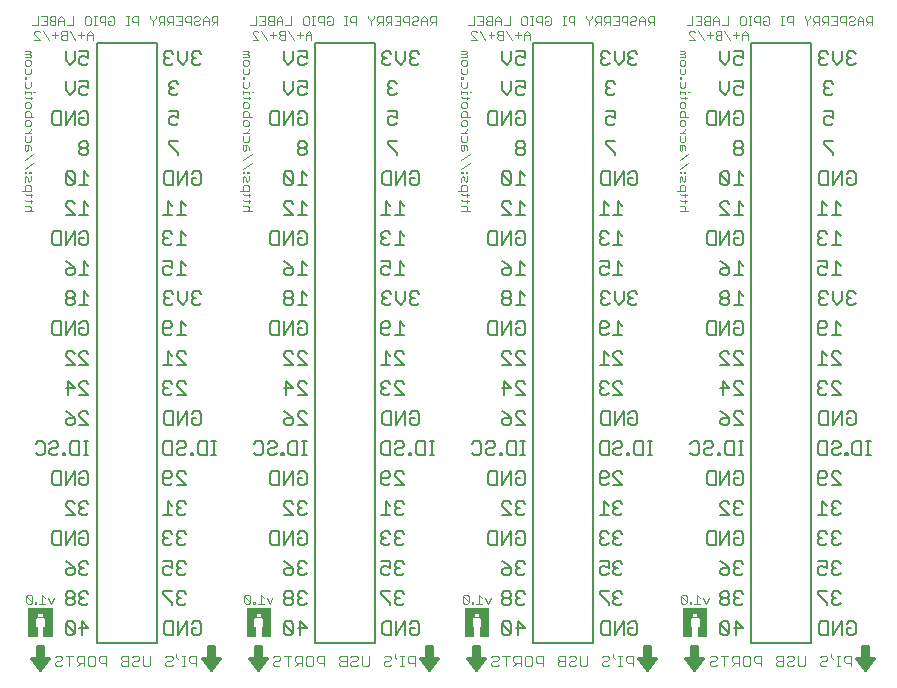
<source format=gbo>
G75*
%MOIN*%
%OFA0B0*%
%FSLAX24Y24*%
%IPPOS*%
%LPD*%
%AMOC8*
5,1,8,0,0,1.08239X$1,22.5*
%
%ADD10C,0.0030*%
%ADD11C,0.0050*%
%ADD12C,0.0040*%
%ADD13C,0.0100*%
%ADD14C,0.0010*%
%ADD15C,0.0080*%
D10*
X002898Y002468D02*
X002946Y002420D01*
X003043Y002420D01*
X003091Y002468D01*
X002898Y002662D01*
X002898Y002468D01*
X003091Y002468D02*
X003091Y002662D01*
X003043Y002710D01*
X002946Y002710D01*
X002898Y002662D01*
X003190Y002468D02*
X003190Y002420D01*
X003238Y002420D01*
X003238Y002468D01*
X003190Y002468D01*
X003340Y002420D02*
X003533Y002420D01*
X003436Y002420D02*
X003436Y002710D01*
X003533Y002613D01*
X003634Y002613D02*
X003731Y002420D01*
X003828Y002613D01*
X010173Y002662D02*
X010367Y002468D01*
X010318Y002420D01*
X010222Y002420D01*
X010173Y002468D01*
X010173Y002662D01*
X010222Y002710D01*
X010318Y002710D01*
X010367Y002662D01*
X010367Y002468D01*
X010466Y002468D02*
X010466Y002420D01*
X010514Y002420D01*
X010514Y002468D01*
X010466Y002468D01*
X010615Y002420D02*
X010809Y002420D01*
X010712Y002420D02*
X010712Y002710D01*
X010809Y002613D01*
X010910Y002613D02*
X011007Y002420D01*
X011103Y002613D01*
X017449Y002662D02*
X017642Y002468D01*
X017594Y002420D01*
X017497Y002420D01*
X017449Y002468D01*
X017449Y002662D01*
X017497Y002710D01*
X017594Y002710D01*
X017642Y002662D01*
X017642Y002468D01*
X017741Y002468D02*
X017741Y002420D01*
X017790Y002420D01*
X017790Y002468D01*
X017741Y002468D01*
X017891Y002420D02*
X018084Y002420D01*
X017988Y002420D02*
X017988Y002710D01*
X018084Y002613D01*
X018185Y002613D02*
X018282Y002420D01*
X018379Y002613D01*
X024724Y002662D02*
X024918Y002468D01*
X024870Y002420D01*
X024773Y002420D01*
X024724Y002468D01*
X024724Y002662D01*
X024773Y002710D01*
X024870Y002710D01*
X024918Y002662D01*
X024918Y002468D01*
X025017Y002468D02*
X025017Y002420D01*
X025065Y002420D01*
X025065Y002468D01*
X025017Y002468D01*
X025166Y002420D02*
X025360Y002420D01*
X025263Y002420D02*
X025263Y002710D01*
X025360Y002613D01*
X025461Y002613D02*
X025558Y002420D01*
X025655Y002613D01*
X024965Y015494D02*
X024675Y015494D01*
X024820Y015494D02*
X024868Y015543D01*
X024868Y015640D01*
X024820Y015688D01*
X024675Y015688D01*
X024723Y015837D02*
X024675Y015886D01*
X024723Y015837D02*
X024916Y015837D01*
X024868Y015789D02*
X024868Y015886D01*
X024868Y015986D02*
X024868Y016082D01*
X024916Y016034D02*
X024723Y016034D01*
X024675Y016082D01*
X024675Y016182D02*
X024675Y016327D01*
X024723Y016375D01*
X024820Y016375D01*
X024868Y016327D01*
X024868Y016182D01*
X024578Y016182D01*
X024675Y016477D02*
X024675Y016622D01*
X024723Y016670D01*
X024771Y016622D01*
X024771Y016525D01*
X024820Y016477D01*
X024868Y016525D01*
X024868Y016670D01*
X024868Y016771D02*
X024820Y016771D01*
X024820Y016820D01*
X024868Y016820D01*
X024868Y016771D01*
X024723Y016771D02*
X024675Y016771D01*
X024675Y016820D01*
X024723Y016820D01*
X024723Y016771D01*
X024675Y016919D02*
X024965Y017112D01*
X024965Y017407D02*
X024675Y017213D01*
X024723Y017508D02*
X024675Y017556D01*
X024675Y017701D01*
X024820Y017701D01*
X024868Y017653D01*
X024868Y017556D01*
X024771Y017556D02*
X024771Y017701D01*
X024723Y017803D02*
X024675Y017851D01*
X024675Y017996D01*
X024675Y018097D02*
X024868Y018097D01*
X024771Y018097D02*
X024868Y018194D01*
X024868Y018242D01*
X024820Y018343D02*
X024723Y018343D01*
X024675Y018391D01*
X024675Y018488D01*
X024723Y018536D01*
X024820Y018536D01*
X024868Y018488D01*
X024868Y018391D01*
X024820Y018343D01*
X024868Y018637D02*
X024868Y018783D01*
X024820Y018831D01*
X024723Y018831D01*
X024675Y018783D01*
X024675Y018637D01*
X024965Y018637D01*
X024820Y018932D02*
X024723Y018932D01*
X024675Y018980D01*
X024675Y019077D01*
X024723Y019126D01*
X024820Y019126D01*
X024868Y019077D01*
X024868Y018980D01*
X024820Y018932D01*
X024868Y019227D02*
X024868Y019323D01*
X024916Y019275D02*
X024723Y019275D01*
X024675Y019323D01*
X024675Y019423D02*
X024675Y019520D01*
X024675Y019472D02*
X024868Y019472D01*
X024868Y019423D01*
X024965Y019472D02*
X025013Y019472D01*
X024820Y019620D02*
X024723Y019620D01*
X024675Y019668D01*
X024675Y019813D01*
X024675Y019914D02*
X024675Y019963D01*
X024723Y019963D01*
X024723Y019914D01*
X024675Y019914D01*
X024723Y020062D02*
X024675Y020110D01*
X024675Y020255D01*
X024723Y020356D02*
X024675Y020405D01*
X024675Y020501D01*
X024723Y020550D01*
X024820Y020550D01*
X024868Y020501D01*
X024868Y020405D01*
X024820Y020356D01*
X024723Y020356D01*
X024868Y020255D02*
X024868Y020110D01*
X024820Y020062D01*
X024723Y020062D01*
X024868Y019813D02*
X024868Y019668D01*
X024820Y019620D01*
X024868Y020651D02*
X024675Y020651D01*
X024675Y020748D02*
X024820Y020748D01*
X024868Y020796D01*
X024820Y020844D01*
X024675Y020844D01*
X024820Y020748D02*
X024868Y020699D01*
X024868Y020651D01*
X024993Y021220D02*
X025187Y021220D01*
X024993Y021413D01*
X024993Y021462D01*
X025042Y021510D01*
X025138Y021510D01*
X025187Y021462D01*
X025288Y021510D02*
X025481Y021220D01*
X025582Y021365D02*
X025776Y021365D01*
X025877Y021317D02*
X025877Y021268D01*
X025925Y021220D01*
X026071Y021220D01*
X026071Y021510D01*
X025925Y021510D01*
X025877Y021462D01*
X025877Y021413D01*
X025925Y021365D01*
X026071Y021365D01*
X025925Y021365D02*
X025877Y021317D01*
X025679Y021268D02*
X025679Y021462D01*
X025696Y021710D02*
X025550Y021710D01*
X025502Y021758D01*
X025502Y021807D01*
X025550Y021855D01*
X025696Y021855D01*
X025797Y021855D02*
X025990Y021855D01*
X025990Y021903D02*
X025893Y022000D01*
X025797Y021903D01*
X025797Y021710D01*
X025696Y021710D02*
X025696Y022000D01*
X025550Y022000D01*
X025502Y021952D01*
X025502Y021903D01*
X025550Y021855D01*
X025401Y021855D02*
X025304Y021855D01*
X025401Y021710D02*
X025207Y021710D01*
X025106Y021710D02*
X024913Y021710D01*
X025106Y021710D02*
X025106Y022000D01*
X025207Y022000D02*
X025401Y022000D01*
X025401Y021710D01*
X025990Y021710D02*
X025990Y021903D01*
X026091Y021710D02*
X026285Y021710D01*
X026285Y022000D01*
X026681Y021952D02*
X026681Y021758D01*
X026729Y021710D01*
X026826Y021710D01*
X026874Y021758D01*
X026874Y021952D01*
X026826Y022000D01*
X026729Y022000D01*
X026681Y021952D01*
X026974Y022000D02*
X027071Y022000D01*
X027022Y022000D02*
X027022Y021710D01*
X026974Y021710D02*
X027071Y021710D01*
X027172Y021855D02*
X027220Y021807D01*
X027365Y021807D01*
X027365Y021710D02*
X027365Y022000D01*
X027220Y022000D01*
X027172Y021952D01*
X027172Y021855D01*
X027466Y021855D02*
X027466Y021758D01*
X027515Y021710D01*
X027612Y021710D01*
X027660Y021758D01*
X027660Y021952D01*
X027612Y022000D01*
X027515Y022000D01*
X027466Y021952D01*
X027466Y021855D02*
X027563Y021855D01*
X028054Y021710D02*
X028151Y021710D01*
X028103Y021710D02*
X028103Y022000D01*
X028151Y022000D02*
X028054Y022000D01*
X028252Y021952D02*
X028252Y021855D01*
X028301Y021807D01*
X028446Y021807D01*
X028446Y021710D02*
X028446Y022000D01*
X028301Y022000D01*
X028252Y021952D01*
X028841Y021952D02*
X028841Y022000D01*
X028841Y021952D02*
X028938Y021855D01*
X028938Y021710D01*
X028938Y021855D02*
X029035Y021952D01*
X029035Y022000D01*
X029136Y021952D02*
X029136Y021855D01*
X029184Y021807D01*
X029330Y021807D01*
X029330Y021710D02*
X029330Y022000D01*
X029184Y022000D01*
X029136Y021952D01*
X029233Y021807D02*
X029136Y021710D01*
X029431Y021710D02*
X029528Y021807D01*
X029479Y021807D02*
X029624Y021807D01*
X029624Y021710D02*
X029624Y022000D01*
X029479Y022000D01*
X029431Y021952D01*
X029431Y021855D01*
X029479Y021807D01*
X029725Y021710D02*
X029919Y021710D01*
X029919Y022000D01*
X029725Y022000D01*
X029822Y021855D02*
X029919Y021855D01*
X030020Y021855D02*
X030068Y021807D01*
X030214Y021807D01*
X030214Y021710D02*
X030214Y022000D01*
X030068Y022000D01*
X030020Y021952D01*
X030020Y021855D01*
X030315Y021807D02*
X030315Y021758D01*
X030363Y021710D01*
X030460Y021710D01*
X030508Y021758D01*
X030460Y021855D02*
X030363Y021855D01*
X030315Y021807D01*
X030315Y021952D02*
X030363Y022000D01*
X030460Y022000D01*
X030508Y021952D01*
X030508Y021903D01*
X030460Y021855D01*
X030609Y021855D02*
X030803Y021855D01*
X030803Y021903D02*
X030706Y022000D01*
X030609Y021903D01*
X030609Y021710D01*
X030803Y021710D02*
X030803Y021903D01*
X030904Y021855D02*
X030952Y021807D01*
X031098Y021807D01*
X031098Y021710D02*
X031098Y022000D01*
X030952Y022000D01*
X030904Y021952D01*
X030904Y021855D01*
X031001Y021807D02*
X030904Y021710D01*
X026955Y021413D02*
X026955Y021220D01*
X026955Y021365D02*
X026761Y021365D01*
X026761Y021413D02*
X026761Y021220D01*
X026660Y021365D02*
X026466Y021365D01*
X026563Y021462D02*
X026563Y021268D01*
X026365Y021220D02*
X026172Y021510D01*
X026761Y021413D02*
X026858Y021510D01*
X026955Y021413D01*
X023822Y021710D02*
X023822Y022000D01*
X023677Y022000D01*
X023628Y021952D01*
X023628Y021855D01*
X023677Y021807D01*
X023822Y021807D01*
X023725Y021807D02*
X023628Y021710D01*
X023527Y021710D02*
X023527Y021903D01*
X023431Y022000D01*
X023334Y021903D01*
X023334Y021710D01*
X023233Y021758D02*
X023184Y021710D01*
X023088Y021710D01*
X023039Y021758D01*
X023039Y021807D01*
X023088Y021855D01*
X023184Y021855D01*
X023233Y021903D01*
X023233Y021952D01*
X023184Y022000D01*
X023088Y022000D01*
X023039Y021952D01*
X022938Y022000D02*
X022938Y021710D01*
X022938Y021807D02*
X022793Y021807D01*
X022744Y021855D01*
X022744Y021952D01*
X022793Y022000D01*
X022938Y022000D01*
X022643Y022000D02*
X022643Y021710D01*
X022450Y021710D01*
X022349Y021710D02*
X022349Y022000D01*
X022204Y022000D01*
X022155Y021952D01*
X022155Y021855D01*
X022204Y021807D01*
X022349Y021807D01*
X022252Y021807D02*
X022155Y021710D01*
X022054Y021710D02*
X022054Y022000D01*
X021909Y022000D01*
X021861Y021952D01*
X021861Y021855D01*
X021909Y021807D01*
X022054Y021807D01*
X021957Y021807D02*
X021861Y021710D01*
X021663Y021710D02*
X021663Y021855D01*
X021566Y021952D01*
X021566Y022000D01*
X021663Y021855D02*
X021759Y021952D01*
X021759Y022000D01*
X021170Y022000D02*
X021170Y021710D01*
X021170Y021807D02*
X021025Y021807D01*
X020977Y021855D01*
X020977Y021952D01*
X021025Y022000D01*
X021170Y022000D01*
X020875Y022000D02*
X020779Y022000D01*
X020827Y022000D02*
X020827Y021710D01*
X020875Y021710D02*
X020779Y021710D01*
X020384Y021758D02*
X020384Y021952D01*
X020336Y022000D01*
X020239Y022000D01*
X020191Y021952D01*
X020191Y021855D02*
X020288Y021855D01*
X020191Y021855D02*
X020191Y021758D01*
X020239Y021710D01*
X020336Y021710D01*
X020384Y021758D01*
X020090Y021710D02*
X020090Y022000D01*
X019945Y022000D01*
X019896Y021952D01*
X019896Y021855D01*
X019945Y021807D01*
X020090Y021807D01*
X019795Y021710D02*
X019698Y021710D01*
X019747Y021710D02*
X019747Y022000D01*
X019795Y022000D02*
X019698Y022000D01*
X019599Y021952D02*
X019599Y021758D01*
X019550Y021710D01*
X019453Y021710D01*
X019405Y021758D01*
X019405Y021952D01*
X019453Y022000D01*
X019550Y022000D01*
X019599Y021952D01*
X019582Y021510D02*
X019485Y021413D01*
X019485Y021220D01*
X019485Y021365D02*
X019679Y021365D01*
X019679Y021413D02*
X019679Y021220D01*
X019679Y021413D02*
X019582Y021510D01*
X019384Y021365D02*
X019191Y021365D01*
X019288Y021462D02*
X019288Y021268D01*
X019090Y021220D02*
X018896Y021510D01*
X018795Y021510D02*
X018795Y021220D01*
X018650Y021220D01*
X018602Y021268D01*
X018602Y021317D01*
X018650Y021365D01*
X018795Y021365D01*
X018650Y021365D02*
X018602Y021413D01*
X018602Y021462D01*
X018650Y021510D01*
X018795Y021510D01*
X018816Y021710D02*
X019009Y021710D01*
X019009Y022000D01*
X018715Y021903D02*
X018715Y021710D01*
X018715Y021855D02*
X018521Y021855D01*
X018521Y021903D02*
X018521Y021710D01*
X018420Y021710D02*
X018275Y021710D01*
X018226Y021758D01*
X018226Y021807D01*
X018275Y021855D01*
X018420Y021855D01*
X018521Y021903D02*
X018618Y022000D01*
X018715Y021903D01*
X018420Y022000D02*
X018420Y021710D01*
X018275Y021855D02*
X018226Y021903D01*
X018226Y021952D01*
X018275Y022000D01*
X018420Y022000D01*
X018125Y022000D02*
X018125Y021710D01*
X017932Y021710D01*
X017831Y021710D02*
X017831Y022000D01*
X017932Y022000D02*
X018125Y022000D01*
X018125Y021855D02*
X018029Y021855D01*
X017831Y021710D02*
X017637Y021710D01*
X017766Y021510D02*
X017863Y021510D01*
X017911Y021462D01*
X018012Y021510D02*
X018206Y021220D01*
X018307Y021365D02*
X018500Y021365D01*
X018404Y021462D02*
X018404Y021268D01*
X017911Y021220D02*
X017718Y021413D01*
X017718Y021462D01*
X017766Y021510D01*
X017718Y021220D02*
X017911Y021220D01*
X017544Y020844D02*
X017399Y020844D01*
X017399Y020748D02*
X017544Y020748D01*
X017592Y020796D01*
X017544Y020844D01*
X017544Y020748D02*
X017592Y020699D01*
X017592Y020651D01*
X017399Y020651D01*
X017447Y020550D02*
X017544Y020550D01*
X017592Y020501D01*
X017592Y020405D01*
X017544Y020356D01*
X017447Y020356D01*
X017399Y020405D01*
X017399Y020501D01*
X017447Y020550D01*
X017399Y020255D02*
X017399Y020110D01*
X017447Y020062D01*
X017544Y020062D01*
X017592Y020110D01*
X017592Y020255D01*
X017447Y019963D02*
X017399Y019963D01*
X017399Y019914D01*
X017447Y019914D01*
X017447Y019963D01*
X017399Y019813D02*
X017399Y019668D01*
X017447Y019620D01*
X017544Y019620D01*
X017592Y019668D01*
X017592Y019813D01*
X017592Y019472D02*
X017399Y019472D01*
X017399Y019520D02*
X017399Y019423D01*
X017399Y019323D02*
X017447Y019275D01*
X017641Y019275D01*
X017592Y019227D02*
X017592Y019323D01*
X017592Y019423D02*
X017592Y019472D01*
X017689Y019472D02*
X017738Y019472D01*
X017544Y019126D02*
X017447Y019126D01*
X017399Y019077D01*
X017399Y018980D01*
X017447Y018932D01*
X017544Y018932D01*
X017592Y018980D01*
X017592Y019077D01*
X017544Y019126D01*
X017544Y018831D02*
X017447Y018831D01*
X017399Y018783D01*
X017399Y018637D01*
X017689Y018637D01*
X017592Y018637D02*
X017592Y018783D01*
X017544Y018831D01*
X017544Y018536D02*
X017447Y018536D01*
X017399Y018488D01*
X017399Y018391D01*
X017447Y018343D01*
X017544Y018343D01*
X017592Y018391D01*
X017592Y018488D01*
X017544Y018536D01*
X017592Y018242D02*
X017592Y018194D01*
X017496Y018097D01*
X017592Y018097D02*
X017399Y018097D01*
X017399Y017996D02*
X017399Y017851D01*
X017447Y017803D01*
X017544Y017803D01*
X017592Y017851D01*
X017592Y017996D01*
X017544Y017701D02*
X017399Y017701D01*
X017399Y017556D01*
X017447Y017508D01*
X017496Y017556D01*
X017496Y017701D01*
X017544Y017701D02*
X017592Y017653D01*
X017592Y017556D01*
X017689Y017407D02*
X017399Y017213D01*
X017399Y016919D02*
X017689Y017112D01*
X017592Y016820D02*
X017544Y016820D01*
X017544Y016771D01*
X017592Y016771D01*
X017592Y016820D01*
X017447Y016820D02*
X017399Y016820D01*
X017399Y016771D01*
X017447Y016771D01*
X017447Y016820D01*
X017447Y016670D02*
X017496Y016622D01*
X017496Y016525D01*
X017544Y016477D01*
X017592Y016525D01*
X017592Y016670D01*
X017447Y016670D02*
X017399Y016622D01*
X017399Y016477D01*
X017447Y016375D02*
X017399Y016327D01*
X017399Y016182D01*
X017302Y016182D02*
X017592Y016182D01*
X017592Y016327D01*
X017544Y016375D01*
X017447Y016375D01*
X017399Y016082D02*
X017447Y016034D01*
X017641Y016034D01*
X017592Y015986D02*
X017592Y016082D01*
X017592Y015886D02*
X017592Y015789D01*
X017641Y015837D02*
X017447Y015837D01*
X017399Y015886D01*
X017399Y015688D02*
X017544Y015688D01*
X017592Y015640D01*
X017592Y015543D01*
X017544Y015494D01*
X017689Y015494D02*
X017399Y015494D01*
X010414Y015494D02*
X010123Y015494D01*
X010269Y015494D02*
X010317Y015543D01*
X010317Y015640D01*
X010269Y015688D01*
X010123Y015688D01*
X010172Y015837D02*
X010123Y015886D01*
X010172Y015837D02*
X010365Y015837D01*
X010317Y015789D02*
X010317Y015886D01*
X010317Y015986D02*
X010317Y016082D01*
X010365Y016034D02*
X010172Y016034D01*
X010123Y016082D01*
X010123Y016182D02*
X010123Y016327D01*
X010172Y016375D01*
X010269Y016375D01*
X010317Y016327D01*
X010317Y016182D01*
X010027Y016182D01*
X010123Y016477D02*
X010123Y016622D01*
X010172Y016670D01*
X010220Y016622D01*
X010220Y016525D01*
X010269Y016477D01*
X010317Y016525D01*
X010317Y016670D01*
X010317Y016771D02*
X010269Y016771D01*
X010269Y016820D01*
X010317Y016820D01*
X010317Y016771D01*
X010172Y016771D02*
X010123Y016771D01*
X010123Y016820D01*
X010172Y016820D01*
X010172Y016771D01*
X010123Y016919D02*
X010414Y017112D01*
X010414Y017407D02*
X010123Y017213D01*
X010172Y017508D02*
X010220Y017556D01*
X010220Y017701D01*
X010269Y017701D02*
X010123Y017701D01*
X010123Y017556D01*
X010172Y017508D01*
X010317Y017556D02*
X010317Y017653D01*
X010269Y017701D01*
X010269Y017803D02*
X010172Y017803D01*
X010123Y017851D01*
X010123Y017996D01*
X010123Y018097D02*
X010317Y018097D01*
X010220Y018097D02*
X010317Y018194D01*
X010317Y018242D01*
X010269Y018343D02*
X010172Y018343D01*
X010123Y018391D01*
X010123Y018488D01*
X010172Y018536D01*
X010269Y018536D01*
X010317Y018488D01*
X010317Y018391D01*
X010269Y018343D01*
X010317Y018637D02*
X010317Y018783D01*
X010269Y018831D01*
X010172Y018831D01*
X010123Y018783D01*
X010123Y018637D01*
X010414Y018637D01*
X010269Y018932D02*
X010172Y018932D01*
X010123Y018980D01*
X010123Y019077D01*
X010172Y019126D01*
X010269Y019126D01*
X010317Y019077D01*
X010317Y018980D01*
X010269Y018932D01*
X010317Y019227D02*
X010317Y019323D01*
X010365Y019275D02*
X010172Y019275D01*
X010123Y019323D01*
X010123Y019423D02*
X010123Y019520D01*
X010123Y019472D02*
X010317Y019472D01*
X010317Y019423D01*
X010414Y019472D02*
X010462Y019472D01*
X010269Y019620D02*
X010172Y019620D01*
X010123Y019668D01*
X010123Y019813D01*
X010123Y019914D02*
X010123Y019963D01*
X010172Y019963D01*
X010172Y019914D01*
X010123Y019914D01*
X010172Y020062D02*
X010123Y020110D01*
X010123Y020255D01*
X010172Y020356D02*
X010123Y020405D01*
X010123Y020501D01*
X010172Y020550D01*
X010269Y020550D01*
X010317Y020501D01*
X010317Y020405D01*
X010269Y020356D01*
X010172Y020356D01*
X010317Y020255D02*
X010317Y020110D01*
X010269Y020062D01*
X010172Y020062D01*
X010317Y019813D02*
X010317Y019668D01*
X010269Y019620D01*
X010317Y020651D02*
X010123Y020651D01*
X010123Y020748D02*
X010269Y020748D01*
X010317Y020796D01*
X010269Y020844D01*
X010123Y020844D01*
X010269Y020748D02*
X010317Y020699D01*
X010317Y020651D01*
X010442Y021220D02*
X010635Y021220D01*
X010442Y021413D01*
X010442Y021462D01*
X010490Y021510D01*
X010587Y021510D01*
X010635Y021462D01*
X010737Y021510D02*
X010930Y021220D01*
X011031Y021365D02*
X011225Y021365D01*
X011326Y021317D02*
X011326Y021268D01*
X011374Y021220D01*
X011519Y021220D01*
X011519Y021510D01*
X011374Y021510D01*
X011326Y021462D01*
X011326Y021413D01*
X011374Y021365D01*
X011519Y021365D01*
X011374Y021365D02*
X011326Y021317D01*
X011128Y021268D02*
X011128Y021462D01*
X011144Y021710D02*
X010999Y021710D01*
X010951Y021758D01*
X010951Y021807D01*
X010999Y021855D01*
X011144Y021855D01*
X011246Y021855D02*
X011439Y021855D01*
X011439Y021903D02*
X011342Y022000D01*
X011246Y021903D01*
X011246Y021710D01*
X011144Y021710D02*
X011144Y022000D01*
X010999Y022000D01*
X010951Y021952D01*
X010951Y021903D01*
X010999Y021855D01*
X010850Y021855D02*
X010753Y021855D01*
X010850Y022000D02*
X010850Y021710D01*
X010656Y021710D01*
X010555Y021710D02*
X010555Y022000D01*
X010656Y022000D02*
X010850Y022000D01*
X010555Y021710D02*
X010362Y021710D01*
X011439Y021710D02*
X011439Y021903D01*
X011540Y021710D02*
X011734Y021710D01*
X011734Y022000D01*
X012129Y021952D02*
X012129Y021758D01*
X012178Y021710D01*
X012275Y021710D01*
X012323Y021758D01*
X012323Y021952D01*
X012275Y022000D01*
X012178Y022000D01*
X012129Y021952D01*
X012423Y022000D02*
X012519Y022000D01*
X012471Y022000D02*
X012471Y021710D01*
X012519Y021710D02*
X012423Y021710D01*
X012307Y021510D02*
X012210Y021413D01*
X012210Y021220D01*
X012210Y021365D02*
X012403Y021365D01*
X012403Y021413D02*
X012403Y021220D01*
X012403Y021413D02*
X012307Y021510D01*
X012109Y021365D02*
X011915Y021365D01*
X012012Y021462D02*
X012012Y021268D01*
X011814Y021220D02*
X011621Y021510D01*
X012621Y021855D02*
X012669Y021807D01*
X012814Y021807D01*
X012814Y021710D02*
X012814Y022000D01*
X012669Y022000D01*
X012621Y021952D01*
X012621Y021855D01*
X012915Y021855D02*
X012915Y021758D01*
X012964Y021710D01*
X013060Y021710D01*
X013109Y021758D01*
X013109Y021952D01*
X013060Y022000D01*
X012964Y022000D01*
X012915Y021952D01*
X012915Y021855D02*
X013012Y021855D01*
X013503Y021710D02*
X013600Y021710D01*
X013551Y021710D02*
X013551Y022000D01*
X013503Y022000D02*
X013600Y022000D01*
X013701Y021952D02*
X013701Y021855D01*
X013749Y021807D01*
X013894Y021807D01*
X013894Y021710D02*
X013894Y022000D01*
X013749Y022000D01*
X013701Y021952D01*
X014290Y021952D02*
X014290Y022000D01*
X014290Y021952D02*
X014387Y021855D01*
X014387Y021710D01*
X014387Y021855D02*
X014484Y021952D01*
X014484Y022000D01*
X014585Y021952D02*
X014585Y021855D01*
X014633Y021807D01*
X014778Y021807D01*
X014682Y021807D02*
X014585Y021710D01*
X014778Y021710D02*
X014778Y022000D01*
X014633Y022000D01*
X014585Y021952D01*
X014880Y021952D02*
X014880Y021855D01*
X014928Y021807D01*
X015073Y021807D01*
X014976Y021807D02*
X014880Y021710D01*
X015073Y021710D02*
X015073Y022000D01*
X014928Y022000D01*
X014880Y021952D01*
X015174Y022000D02*
X015368Y022000D01*
X015368Y021710D01*
X015174Y021710D01*
X015271Y021855D02*
X015368Y021855D01*
X015469Y021855D02*
X015517Y021807D01*
X015662Y021807D01*
X015662Y021710D02*
X015662Y022000D01*
X015517Y022000D01*
X015469Y021952D01*
X015469Y021855D01*
X015764Y021807D02*
X015764Y021758D01*
X015812Y021710D01*
X015909Y021710D01*
X015957Y021758D01*
X015909Y021855D02*
X015812Y021855D01*
X015764Y021807D01*
X015764Y021952D02*
X015812Y022000D01*
X015909Y022000D01*
X015957Y021952D01*
X015957Y021903D01*
X015909Y021855D01*
X016058Y021855D02*
X016252Y021855D01*
X016252Y021903D02*
X016155Y022000D01*
X016058Y021903D01*
X016058Y021710D01*
X016252Y021710D02*
X016252Y021903D01*
X016353Y021855D02*
X016401Y021807D01*
X016546Y021807D01*
X016450Y021807D02*
X016353Y021710D01*
X016353Y021855D02*
X016353Y021952D01*
X016401Y022000D01*
X016546Y022000D01*
X016546Y021710D01*
X022450Y022000D02*
X022643Y022000D01*
X022643Y021855D02*
X022547Y021855D01*
X023334Y021855D02*
X023527Y021855D01*
X024868Y017996D02*
X024868Y017851D01*
X024820Y017803D01*
X024723Y017803D01*
X024771Y017556D02*
X024723Y017508D01*
X010317Y017851D02*
X010269Y017803D01*
X010317Y017851D02*
X010317Y017996D01*
X005128Y021220D02*
X005128Y021413D01*
X005031Y021510D01*
X004934Y021413D01*
X004934Y021220D01*
X004934Y021365D02*
X005128Y021365D01*
X004833Y021365D02*
X004640Y021365D01*
X004736Y021462D02*
X004736Y021268D01*
X004538Y021220D02*
X004345Y021510D01*
X004244Y021510D02*
X004099Y021510D01*
X004050Y021462D01*
X004050Y021413D01*
X004099Y021365D01*
X004244Y021365D01*
X004244Y021220D02*
X004099Y021220D01*
X004050Y021268D01*
X004050Y021317D01*
X004099Y021365D01*
X003949Y021365D02*
X003756Y021365D01*
X003852Y021462D02*
X003852Y021268D01*
X003655Y021220D02*
X003461Y021510D01*
X003360Y021462D02*
X003312Y021510D01*
X003215Y021510D01*
X003166Y021462D01*
X003166Y021413D01*
X003360Y021220D01*
X003166Y021220D01*
X002993Y020844D02*
X002848Y020844D01*
X002848Y020748D02*
X002993Y020748D01*
X003041Y020796D01*
X002993Y020844D01*
X002993Y020748D02*
X003041Y020699D01*
X003041Y020651D01*
X002848Y020651D01*
X002896Y020550D02*
X002993Y020550D01*
X003041Y020501D01*
X003041Y020405D01*
X002993Y020356D01*
X002896Y020356D01*
X002848Y020405D01*
X002848Y020501D01*
X002896Y020550D01*
X002848Y020255D02*
X002848Y020110D01*
X002896Y020062D01*
X002993Y020062D01*
X003041Y020110D01*
X003041Y020255D01*
X002896Y019963D02*
X002848Y019963D01*
X002848Y019914D01*
X002896Y019914D01*
X002896Y019963D01*
X002848Y019813D02*
X002848Y019668D01*
X002896Y019620D01*
X002993Y019620D01*
X003041Y019668D01*
X003041Y019813D01*
X003041Y019472D02*
X002848Y019472D01*
X002848Y019520D02*
X002848Y019423D01*
X002848Y019323D02*
X002896Y019275D01*
X003090Y019275D01*
X003041Y019227D02*
X003041Y019323D01*
X003041Y019423D02*
X003041Y019472D01*
X003138Y019472D02*
X003186Y019472D01*
X002993Y019126D02*
X003041Y019077D01*
X003041Y018980D01*
X002993Y018932D01*
X002896Y018932D01*
X002848Y018980D01*
X002848Y019077D01*
X002896Y019126D01*
X002993Y019126D01*
X002993Y018831D02*
X003041Y018783D01*
X003041Y018637D01*
X003138Y018637D02*
X002848Y018637D01*
X002848Y018783D01*
X002896Y018831D01*
X002993Y018831D01*
X002993Y018536D02*
X003041Y018488D01*
X003041Y018391D01*
X002993Y018343D01*
X002896Y018343D01*
X002848Y018391D01*
X002848Y018488D01*
X002896Y018536D01*
X002993Y018536D01*
X003041Y018242D02*
X003041Y018194D01*
X002945Y018097D01*
X003041Y018097D02*
X002848Y018097D01*
X002848Y017996D02*
X002848Y017851D01*
X002896Y017803D01*
X002993Y017803D01*
X003041Y017851D01*
X003041Y017996D01*
X002993Y017701D02*
X002848Y017701D01*
X002848Y017556D01*
X002896Y017508D01*
X002945Y017556D01*
X002945Y017701D01*
X002993Y017701D02*
X003041Y017653D01*
X003041Y017556D01*
X003138Y017407D02*
X002848Y017213D01*
X002848Y016919D02*
X003138Y017112D01*
X003041Y016820D02*
X002993Y016820D01*
X002993Y016771D01*
X003041Y016771D01*
X003041Y016820D01*
X002896Y016820D02*
X002848Y016820D01*
X002848Y016771D01*
X002896Y016771D01*
X002896Y016820D01*
X002896Y016670D02*
X002945Y016622D01*
X002945Y016525D01*
X002993Y016477D01*
X003041Y016525D01*
X003041Y016670D01*
X002896Y016670D02*
X002848Y016622D01*
X002848Y016477D01*
X002896Y016375D02*
X002848Y016327D01*
X002848Y016182D01*
X002751Y016182D02*
X003041Y016182D01*
X003041Y016327D01*
X002993Y016375D01*
X002896Y016375D01*
X002848Y016082D02*
X002896Y016034D01*
X003090Y016034D01*
X003041Y015986D02*
X003041Y016082D01*
X003041Y015886D02*
X003041Y015789D01*
X003090Y015837D02*
X002896Y015837D01*
X002848Y015886D01*
X002848Y015688D02*
X002993Y015688D01*
X003041Y015640D01*
X003041Y015543D01*
X002993Y015494D01*
X003138Y015494D02*
X002848Y015494D01*
X004244Y021220D02*
X004244Y021510D01*
X004265Y021710D02*
X004458Y021710D01*
X004458Y022000D01*
X004163Y021903D02*
X004067Y022000D01*
X003970Y021903D01*
X003970Y021710D01*
X003869Y021710D02*
X003724Y021710D01*
X003675Y021758D01*
X003675Y021807D01*
X003724Y021855D01*
X003869Y021855D01*
X003970Y021855D02*
X004163Y021855D01*
X004163Y021903D02*
X004163Y021710D01*
X003869Y021710D02*
X003869Y022000D01*
X003724Y022000D01*
X003675Y021952D01*
X003675Y021903D01*
X003724Y021855D01*
X003574Y021855D02*
X003477Y021855D01*
X003381Y021710D02*
X003574Y021710D01*
X003574Y022000D01*
X003381Y022000D01*
X003279Y022000D02*
X003279Y021710D01*
X003086Y021710D01*
X004854Y021758D02*
X004854Y021952D01*
X004902Y022000D01*
X004999Y022000D01*
X005047Y021952D01*
X005047Y021758D01*
X004999Y021710D01*
X004902Y021710D01*
X004854Y021758D01*
X005147Y021710D02*
X005244Y021710D01*
X005195Y021710D02*
X005195Y022000D01*
X005147Y022000D02*
X005244Y022000D01*
X005345Y021952D02*
X005345Y021855D01*
X005393Y021807D01*
X005538Y021807D01*
X005538Y021710D02*
X005538Y022000D01*
X005393Y022000D01*
X005345Y021952D01*
X005640Y021952D02*
X005688Y022000D01*
X005785Y022000D01*
X005833Y021952D01*
X005833Y021758D01*
X005785Y021710D01*
X005688Y021710D01*
X005640Y021758D01*
X005640Y021855D01*
X005736Y021855D01*
X006227Y021710D02*
X006324Y021710D01*
X006276Y021710D02*
X006276Y022000D01*
X006324Y022000D02*
X006227Y022000D01*
X006425Y021952D02*
X006425Y021855D01*
X006474Y021807D01*
X006619Y021807D01*
X006619Y021710D02*
X006619Y022000D01*
X006474Y022000D01*
X006425Y021952D01*
X007015Y021952D02*
X007015Y022000D01*
X007015Y021952D02*
X007111Y021855D01*
X007111Y021710D01*
X007111Y021855D02*
X007208Y021952D01*
X007208Y022000D01*
X007309Y021952D02*
X007309Y021855D01*
X007358Y021807D01*
X007503Y021807D01*
X007406Y021807D02*
X007309Y021710D01*
X007503Y021710D02*
X007503Y022000D01*
X007358Y022000D01*
X007309Y021952D01*
X007604Y021952D02*
X007604Y021855D01*
X007652Y021807D01*
X007797Y021807D01*
X007701Y021807D02*
X007604Y021710D01*
X007797Y021710D02*
X007797Y022000D01*
X007652Y022000D01*
X007604Y021952D01*
X007899Y022000D02*
X008092Y022000D01*
X008092Y021710D01*
X007899Y021710D01*
X007995Y021855D02*
X008092Y021855D01*
X008193Y021855D02*
X008242Y021807D01*
X008387Y021807D01*
X008387Y021710D02*
X008387Y022000D01*
X008242Y022000D01*
X008193Y021952D01*
X008193Y021855D01*
X008488Y021807D02*
X008488Y021758D01*
X008536Y021710D01*
X008633Y021710D01*
X008681Y021758D01*
X008633Y021855D02*
X008536Y021855D01*
X008488Y021807D01*
X008488Y021952D02*
X008536Y022000D01*
X008633Y022000D01*
X008681Y021952D01*
X008681Y021903D01*
X008633Y021855D01*
X008783Y021855D02*
X008976Y021855D01*
X008976Y021903D02*
X008879Y022000D01*
X008783Y021903D01*
X008783Y021710D01*
X008976Y021710D02*
X008976Y021903D01*
X009077Y021855D02*
X009126Y021807D01*
X009271Y021807D01*
X009271Y021710D02*
X009271Y022000D01*
X009126Y022000D01*
X009077Y021952D01*
X009077Y021855D01*
X009174Y021807D02*
X009077Y021710D01*
D11*
X008643Y020830D02*
X008493Y020830D01*
X008418Y020755D01*
X008418Y020680D01*
X008493Y020605D01*
X008418Y020530D01*
X008418Y020455D01*
X008493Y020380D01*
X008643Y020380D01*
X008718Y020455D01*
X008568Y020605D02*
X008493Y020605D01*
X008257Y020530D02*
X008107Y020380D01*
X007957Y020530D01*
X007957Y020830D01*
X007797Y020755D02*
X007722Y020830D01*
X007572Y020830D01*
X007497Y020755D01*
X007497Y020680D01*
X007572Y020605D01*
X007497Y020530D01*
X007497Y020455D01*
X007572Y020380D01*
X007722Y020380D01*
X007797Y020455D01*
X007647Y020605D02*
X007572Y020605D01*
X008257Y020530D02*
X008257Y020830D01*
X008643Y020830D02*
X008718Y020755D01*
X007893Y019830D02*
X007743Y019830D01*
X007668Y019755D01*
X007668Y019680D01*
X007743Y019605D01*
X007668Y019530D01*
X007668Y019455D01*
X007743Y019380D01*
X007893Y019380D01*
X007968Y019455D01*
X007818Y019605D02*
X007743Y019605D01*
X007968Y019755D02*
X007893Y019830D01*
X007968Y018830D02*
X007668Y018830D01*
X007743Y018680D02*
X007668Y018605D01*
X007668Y018455D01*
X007743Y018380D01*
X007893Y018380D01*
X007968Y018455D01*
X007968Y018605D02*
X007818Y018680D01*
X007743Y018680D01*
X007968Y018605D02*
X007968Y018830D01*
X007968Y017830D02*
X007668Y017830D01*
X007668Y017755D01*
X007968Y017455D01*
X007968Y017380D01*
X007957Y016830D02*
X007957Y016380D01*
X008257Y016830D01*
X008257Y016380D01*
X008418Y016455D02*
X008418Y016605D01*
X008568Y016605D01*
X008718Y016455D02*
X008643Y016380D01*
X008493Y016380D01*
X008418Y016455D01*
X008718Y016455D02*
X008718Y016755D01*
X008643Y016830D01*
X008493Y016830D01*
X008418Y016755D01*
X007797Y016830D02*
X007797Y016380D01*
X007572Y016380D01*
X007497Y016455D01*
X007497Y016755D01*
X007572Y016830D01*
X007797Y016830D01*
X007607Y015830D02*
X007607Y015380D01*
X007757Y015380D02*
X007457Y015380D01*
X007757Y015680D02*
X007607Y015830D01*
X008068Y015830D02*
X008218Y015680D01*
X008068Y015830D02*
X008068Y015380D01*
X008218Y015380D02*
X007918Y015380D01*
X008068Y014830D02*
X008068Y014380D01*
X008218Y014380D02*
X007918Y014380D01*
X007757Y014455D02*
X007682Y014380D01*
X007532Y014380D01*
X007457Y014455D01*
X007457Y014530D01*
X007532Y014605D01*
X007607Y014605D01*
X007532Y014605D02*
X007457Y014680D01*
X007457Y014755D01*
X007532Y014830D01*
X007682Y014830D01*
X007757Y014755D01*
X008068Y014830D02*
X008218Y014680D01*
X008068Y013830D02*
X008068Y013380D01*
X008218Y013380D02*
X007918Y013380D01*
X007757Y013455D02*
X007682Y013380D01*
X007532Y013380D01*
X007457Y013455D01*
X007457Y013605D01*
X007532Y013680D01*
X007607Y013680D01*
X007757Y013605D01*
X007757Y013830D01*
X007457Y013830D01*
X008068Y013830D02*
X008218Y013680D01*
X008257Y012830D02*
X008257Y012530D01*
X008107Y012380D01*
X007957Y012530D01*
X007957Y012830D01*
X007797Y012755D02*
X007722Y012830D01*
X007572Y012830D01*
X007497Y012755D01*
X007497Y012680D01*
X007572Y012605D01*
X007497Y012530D01*
X007497Y012455D01*
X007572Y012380D01*
X007722Y012380D01*
X007797Y012455D01*
X007647Y012605D02*
X007572Y012605D01*
X008418Y012530D02*
X008418Y012455D01*
X008493Y012380D01*
X008643Y012380D01*
X008718Y012455D01*
X008568Y012605D02*
X008493Y012605D01*
X008418Y012530D01*
X008493Y012605D02*
X008418Y012680D01*
X008418Y012755D01*
X008493Y012830D01*
X008643Y012830D01*
X008718Y012755D01*
X008068Y011830D02*
X008068Y011380D01*
X008218Y011380D02*
X007918Y011380D01*
X007757Y011455D02*
X007682Y011380D01*
X007532Y011380D01*
X007457Y011455D01*
X007457Y011755D01*
X007532Y011830D01*
X007682Y011830D01*
X007757Y011755D01*
X007757Y011680D01*
X007682Y011605D01*
X007457Y011605D01*
X008068Y011830D02*
X008218Y011680D01*
X008143Y010830D02*
X008218Y010755D01*
X008143Y010830D02*
X007993Y010830D01*
X007918Y010755D01*
X007918Y010680D01*
X008218Y010380D01*
X007918Y010380D01*
X007757Y010380D02*
X007457Y010380D01*
X007607Y010380D02*
X007607Y010830D01*
X007757Y010680D01*
X007682Y009830D02*
X007532Y009830D01*
X007457Y009755D01*
X007457Y009680D01*
X007532Y009605D01*
X007457Y009530D01*
X007457Y009455D01*
X007532Y009380D01*
X007682Y009380D01*
X007757Y009455D01*
X007918Y009380D02*
X008218Y009380D01*
X007918Y009680D01*
X007918Y009755D01*
X007993Y009830D01*
X008143Y009830D01*
X008218Y009755D01*
X007757Y009755D02*
X007682Y009830D01*
X007607Y009605D02*
X007532Y009605D01*
X007572Y008830D02*
X007497Y008755D01*
X007497Y008455D01*
X007572Y008380D01*
X007797Y008380D01*
X007797Y008830D01*
X007572Y008830D01*
X007957Y008830D02*
X007957Y008380D01*
X008257Y008830D01*
X008257Y008380D01*
X008418Y008455D02*
X008418Y008605D01*
X008568Y008605D01*
X008718Y008455D02*
X008643Y008380D01*
X008493Y008380D01*
X008418Y008455D01*
X008718Y008455D02*
X008718Y008755D01*
X008643Y008830D01*
X008493Y008830D01*
X008418Y008755D01*
X008686Y007830D02*
X008911Y007830D01*
X008911Y007380D01*
X008686Y007380D01*
X008611Y007455D01*
X008611Y007755D01*
X008686Y007830D01*
X009068Y007830D02*
X009218Y007830D01*
X009143Y007830D02*
X009143Y007380D01*
X009218Y007380D02*
X009068Y007380D01*
X008450Y007380D02*
X008375Y007380D01*
X008375Y007455D01*
X008450Y007455D01*
X008450Y007380D01*
X008220Y007455D02*
X008145Y007380D01*
X007995Y007380D01*
X007920Y007455D01*
X007920Y007530D01*
X007995Y007605D01*
X008145Y007605D01*
X008220Y007680D01*
X008220Y007755D01*
X008145Y007830D01*
X007995Y007830D01*
X007920Y007755D01*
X007760Y007830D02*
X007760Y007380D01*
X007535Y007380D01*
X007460Y007455D01*
X007460Y007755D01*
X007535Y007830D01*
X007760Y007830D01*
X007682Y006830D02*
X007532Y006830D01*
X007457Y006755D01*
X007457Y006455D01*
X007532Y006380D01*
X007682Y006380D01*
X007757Y006455D01*
X007682Y006605D02*
X007457Y006605D01*
X007682Y006605D02*
X007757Y006680D01*
X007757Y006755D01*
X007682Y006830D01*
X007918Y006755D02*
X007993Y006830D01*
X008143Y006830D01*
X008218Y006755D01*
X007918Y006755D02*
X007918Y006680D01*
X008218Y006380D01*
X007918Y006380D01*
X007993Y005830D02*
X007918Y005755D01*
X007918Y005680D01*
X007993Y005605D01*
X007918Y005530D01*
X007918Y005455D01*
X007993Y005380D01*
X008143Y005380D01*
X008218Y005455D01*
X008068Y005605D02*
X007993Y005605D01*
X007993Y005830D02*
X008143Y005830D01*
X008218Y005755D01*
X007757Y005680D02*
X007607Y005830D01*
X007607Y005380D01*
X007757Y005380D02*
X007457Y005380D01*
X007532Y004830D02*
X007457Y004755D01*
X007457Y004680D01*
X007532Y004605D01*
X007457Y004530D01*
X007457Y004455D01*
X007532Y004380D01*
X007682Y004380D01*
X007757Y004455D01*
X007918Y004455D02*
X007993Y004380D01*
X008143Y004380D01*
X008218Y004455D01*
X008068Y004605D02*
X007993Y004605D01*
X007918Y004530D01*
X007918Y004455D01*
X007993Y004605D02*
X007918Y004680D01*
X007918Y004755D01*
X007993Y004830D01*
X008143Y004830D01*
X008218Y004755D01*
X007757Y004755D02*
X007682Y004830D01*
X007532Y004830D01*
X007532Y004605D02*
X007607Y004605D01*
X007457Y003830D02*
X007757Y003830D01*
X007757Y003605D01*
X007607Y003680D01*
X007532Y003680D01*
X007457Y003605D01*
X007457Y003455D01*
X007532Y003380D01*
X007682Y003380D01*
X007757Y003455D01*
X007918Y003455D02*
X007993Y003380D01*
X008143Y003380D01*
X008218Y003455D01*
X008068Y003605D02*
X007993Y003605D01*
X007918Y003530D01*
X007918Y003455D01*
X007993Y003605D02*
X007918Y003680D01*
X007918Y003755D01*
X007993Y003830D01*
X008143Y003830D01*
X008218Y003755D01*
X008143Y002830D02*
X007993Y002830D01*
X007918Y002755D01*
X007918Y002680D01*
X007993Y002605D01*
X007918Y002530D01*
X007918Y002455D01*
X007993Y002380D01*
X008143Y002380D01*
X008218Y002455D01*
X008068Y002605D02*
X007993Y002605D01*
X008218Y002755D02*
X008143Y002830D01*
X007757Y002830D02*
X007457Y002830D01*
X007457Y002755D01*
X007757Y002455D01*
X007757Y002380D01*
X007797Y001830D02*
X007572Y001830D01*
X007497Y001755D01*
X007497Y001455D01*
X007572Y001380D01*
X007797Y001380D01*
X007797Y001830D01*
X007957Y001830D02*
X007957Y001380D01*
X008257Y001830D01*
X008257Y001380D01*
X008418Y001455D02*
X008418Y001605D01*
X008568Y001605D01*
X008718Y001455D02*
X008643Y001380D01*
X008493Y001380D01*
X008418Y001455D01*
X008718Y001455D02*
X008718Y001755D01*
X008643Y001830D01*
X008493Y001830D01*
X008418Y001755D01*
X011483Y001755D02*
X011483Y001455D01*
X011558Y001380D01*
X011708Y001380D01*
X011783Y001455D01*
X011483Y001755D01*
X011558Y001830D01*
X011708Y001830D01*
X011783Y001755D01*
X011783Y001455D01*
X011943Y001605D02*
X012243Y001605D01*
X012018Y001830D01*
X012018Y001380D01*
X012018Y002380D02*
X012168Y002380D01*
X012243Y002455D01*
X012093Y002605D02*
X012018Y002605D01*
X011943Y002530D01*
X011943Y002455D01*
X012018Y002380D01*
X012018Y002605D02*
X011943Y002680D01*
X011943Y002755D01*
X012018Y002830D01*
X012168Y002830D01*
X012243Y002755D01*
X011783Y002755D02*
X011783Y002680D01*
X011708Y002605D01*
X011558Y002605D01*
X011483Y002530D01*
X011483Y002455D01*
X011558Y002380D01*
X011708Y002380D01*
X011783Y002455D01*
X011783Y002530D01*
X011708Y002605D01*
X011558Y002605D02*
X011483Y002680D01*
X011483Y002755D01*
X011558Y002830D01*
X011708Y002830D01*
X011783Y002755D01*
X011708Y003380D02*
X011558Y003380D01*
X011483Y003455D01*
X011483Y003530D01*
X011558Y003605D01*
X011783Y003605D01*
X011783Y003455D01*
X011708Y003380D01*
X011783Y003605D02*
X011633Y003755D01*
X011483Y003830D01*
X011943Y003755D02*
X011943Y003680D01*
X012018Y003605D01*
X011943Y003530D01*
X011943Y003455D01*
X012018Y003380D01*
X012168Y003380D01*
X012243Y003455D01*
X012093Y003605D02*
X012018Y003605D01*
X011943Y003755D02*
X012018Y003830D01*
X012168Y003830D01*
X012243Y003755D01*
X012168Y004380D02*
X012018Y004380D01*
X011943Y004455D01*
X011943Y004605D01*
X012093Y004605D01*
X011943Y004755D02*
X012018Y004830D01*
X012168Y004830D01*
X012243Y004755D01*
X012243Y004455D01*
X012168Y004380D01*
X011783Y004380D02*
X011783Y004830D01*
X011483Y004380D01*
X011483Y004830D01*
X011323Y004830D02*
X011097Y004830D01*
X011022Y004755D01*
X011022Y004455D01*
X011097Y004380D01*
X011323Y004380D01*
X011323Y004830D01*
X011483Y005380D02*
X011783Y005380D01*
X011483Y005680D01*
X011483Y005755D01*
X011558Y005830D01*
X011708Y005830D01*
X011783Y005755D01*
X011943Y005755D02*
X011943Y005680D01*
X012018Y005605D01*
X011943Y005530D01*
X011943Y005455D01*
X012018Y005380D01*
X012168Y005380D01*
X012243Y005455D01*
X012093Y005605D02*
X012018Y005605D01*
X011943Y005755D02*
X012018Y005830D01*
X012168Y005830D01*
X012243Y005755D01*
X012168Y006380D02*
X012018Y006380D01*
X011943Y006455D01*
X011943Y006605D01*
X012093Y006605D01*
X011943Y006755D02*
X012018Y006830D01*
X012168Y006830D01*
X012243Y006755D01*
X012243Y006455D01*
X012168Y006380D01*
X011783Y006380D02*
X011783Y006830D01*
X011483Y006380D01*
X011483Y006830D01*
X011323Y006830D02*
X011097Y006830D01*
X011022Y006755D01*
X011022Y006455D01*
X011097Y006380D01*
X011323Y006380D01*
X011323Y006830D01*
X011401Y007380D02*
X011476Y007380D01*
X011476Y007455D01*
X011401Y007455D01*
X011401Y007380D01*
X011246Y007455D02*
X011171Y007380D01*
X011021Y007380D01*
X010946Y007455D01*
X010946Y007530D01*
X011021Y007605D01*
X011171Y007605D01*
X011246Y007680D01*
X011246Y007755D01*
X011171Y007830D01*
X011021Y007830D01*
X010946Y007755D01*
X010785Y007755D02*
X010785Y007455D01*
X010710Y007380D01*
X010560Y007380D01*
X010485Y007455D01*
X010485Y007755D02*
X010560Y007830D01*
X010710Y007830D01*
X010785Y007755D01*
X011636Y007755D02*
X011636Y007455D01*
X011711Y007380D01*
X011936Y007380D01*
X011936Y007830D01*
X011711Y007830D01*
X011636Y007755D01*
X012093Y007830D02*
X012243Y007830D01*
X012168Y007830D02*
X012168Y007380D01*
X012243Y007380D02*
X012093Y007380D01*
X011943Y008380D02*
X012243Y008380D01*
X011943Y008680D01*
X011943Y008755D01*
X012018Y008830D01*
X012168Y008830D01*
X012243Y008755D01*
X011783Y008605D02*
X011558Y008605D01*
X011483Y008530D01*
X011483Y008455D01*
X011558Y008380D01*
X011708Y008380D01*
X011783Y008455D01*
X011783Y008605D01*
X011633Y008755D01*
X011483Y008830D01*
X011558Y009380D02*
X011558Y009830D01*
X011783Y009605D01*
X011483Y009605D01*
X011943Y009680D02*
X011943Y009755D01*
X012018Y009830D01*
X012168Y009830D01*
X012243Y009755D01*
X011943Y009680D02*
X012243Y009380D01*
X011943Y009380D01*
X011943Y010380D02*
X012243Y010380D01*
X011943Y010680D01*
X011943Y010755D01*
X012018Y010830D01*
X012168Y010830D01*
X012243Y010755D01*
X011783Y010755D02*
X011708Y010830D01*
X011558Y010830D01*
X011483Y010755D01*
X011483Y010680D01*
X011783Y010380D01*
X011483Y010380D01*
X011483Y011380D02*
X011483Y011830D01*
X011323Y011830D02*
X011097Y011830D01*
X011022Y011755D01*
X011022Y011455D01*
X011097Y011380D01*
X011323Y011380D01*
X011323Y011830D01*
X011783Y011830D02*
X011483Y011380D01*
X011783Y011380D02*
X011783Y011830D01*
X011943Y011755D02*
X012018Y011830D01*
X012168Y011830D01*
X012243Y011755D01*
X012243Y011455D01*
X012168Y011380D01*
X012018Y011380D01*
X011943Y011455D01*
X011943Y011605D01*
X012093Y011605D01*
X012093Y012380D02*
X012093Y012830D01*
X012243Y012680D01*
X012243Y012380D02*
X011943Y012380D01*
X011783Y012455D02*
X011783Y012530D01*
X011708Y012605D01*
X011558Y012605D01*
X011483Y012530D01*
X011483Y012455D01*
X011558Y012380D01*
X011708Y012380D01*
X011783Y012455D01*
X011708Y012605D02*
X011783Y012680D01*
X011783Y012755D01*
X011708Y012830D01*
X011558Y012830D01*
X011483Y012755D01*
X011483Y012680D01*
X011558Y012605D01*
X011558Y013380D02*
X011483Y013455D01*
X011483Y013530D01*
X011558Y013605D01*
X011783Y013605D01*
X011783Y013455D01*
X011708Y013380D01*
X011558Y013380D01*
X011783Y013605D02*
X011633Y013755D01*
X011483Y013830D01*
X011483Y014380D02*
X011483Y014830D01*
X011323Y014830D02*
X011097Y014830D01*
X011022Y014755D01*
X011022Y014455D01*
X011097Y014380D01*
X011323Y014380D01*
X011323Y014830D01*
X011783Y014830D02*
X011483Y014380D01*
X011783Y014380D02*
X011783Y014830D01*
X011943Y014755D02*
X012018Y014830D01*
X012168Y014830D01*
X012243Y014755D01*
X012243Y014455D01*
X012168Y014380D01*
X012018Y014380D01*
X011943Y014455D01*
X011943Y014605D01*
X012093Y014605D01*
X012093Y013830D02*
X012093Y013380D01*
X012243Y013380D02*
X011943Y013380D01*
X012243Y013680D02*
X012093Y013830D01*
X012093Y015380D02*
X012093Y015830D01*
X012243Y015680D01*
X012243Y015380D02*
X011943Y015380D01*
X011783Y015380D02*
X011483Y015680D01*
X011483Y015755D01*
X011558Y015830D01*
X011708Y015830D01*
X011783Y015755D01*
X011783Y015380D02*
X011483Y015380D01*
X011558Y016380D02*
X011708Y016380D01*
X011783Y016455D01*
X011483Y016755D01*
X011483Y016455D01*
X011558Y016380D01*
X011783Y016455D02*
X011783Y016755D01*
X011708Y016830D01*
X011558Y016830D01*
X011483Y016755D01*
X011943Y016380D02*
X012243Y016380D01*
X012093Y016380D02*
X012093Y016830D01*
X012243Y016680D01*
X012168Y017380D02*
X012243Y017455D01*
X012243Y017530D01*
X012168Y017605D01*
X012018Y017605D01*
X011943Y017530D01*
X011943Y017455D01*
X012018Y017380D01*
X012168Y017380D01*
X012168Y017605D02*
X012243Y017680D01*
X012243Y017755D01*
X012168Y017830D01*
X012018Y017830D01*
X011943Y017755D01*
X011943Y017680D01*
X012018Y017605D01*
X012018Y018380D02*
X011943Y018455D01*
X011943Y018605D01*
X012093Y018605D01*
X011943Y018755D02*
X012018Y018830D01*
X012168Y018830D01*
X012243Y018755D01*
X012243Y018455D01*
X012168Y018380D01*
X012018Y018380D01*
X011783Y018380D02*
X011783Y018830D01*
X011483Y018380D01*
X011483Y018830D01*
X011323Y018830D02*
X011097Y018830D01*
X011022Y018755D01*
X011022Y018455D01*
X011097Y018380D01*
X011323Y018380D01*
X011323Y018830D01*
X011633Y019380D02*
X011483Y019530D01*
X011483Y019830D01*
X011783Y019830D02*
X011783Y019530D01*
X011633Y019380D01*
X011943Y019455D02*
X011943Y019605D01*
X012018Y019680D01*
X012093Y019680D01*
X012243Y019605D01*
X012243Y019830D01*
X011943Y019830D01*
X011943Y019455D02*
X012018Y019380D01*
X012168Y019380D01*
X012243Y019455D01*
X012168Y020380D02*
X012243Y020455D01*
X012168Y020380D02*
X012018Y020380D01*
X011943Y020455D01*
X011943Y020605D01*
X012018Y020680D01*
X012093Y020680D01*
X012243Y020605D01*
X012243Y020830D01*
X011943Y020830D01*
X011783Y020830D02*
X011783Y020530D01*
X011633Y020380D01*
X011483Y020530D01*
X011483Y020830D01*
X014772Y020755D02*
X014772Y020680D01*
X014847Y020605D01*
X014772Y020530D01*
X014772Y020455D01*
X014847Y020380D01*
X014998Y020380D01*
X015073Y020455D01*
X015233Y020530D02*
X015233Y020830D01*
X015073Y020755D02*
X014998Y020830D01*
X014847Y020830D01*
X014772Y020755D01*
X014847Y020605D02*
X014922Y020605D01*
X015233Y020530D02*
X015383Y020380D01*
X015533Y020530D01*
X015533Y020830D01*
X015693Y020755D02*
X015693Y020680D01*
X015768Y020605D01*
X015693Y020530D01*
X015693Y020455D01*
X015768Y020380D01*
X015918Y020380D01*
X015993Y020455D01*
X015843Y020605D02*
X015768Y020605D01*
X015693Y020755D02*
X015768Y020830D01*
X015918Y020830D01*
X015993Y020755D01*
X015168Y019830D02*
X015018Y019830D01*
X014943Y019755D01*
X014943Y019680D01*
X015018Y019605D01*
X014943Y019530D01*
X014943Y019455D01*
X015018Y019380D01*
X015168Y019380D01*
X015243Y019455D01*
X015093Y019605D02*
X015018Y019605D01*
X015243Y019755D02*
X015168Y019830D01*
X015243Y018830D02*
X014943Y018830D01*
X015018Y018680D02*
X014943Y018605D01*
X014943Y018455D01*
X015018Y018380D01*
X015168Y018380D01*
X015243Y018455D01*
X015243Y018605D02*
X015093Y018680D01*
X015018Y018680D01*
X015243Y018605D02*
X015243Y018830D01*
X015243Y017830D02*
X014943Y017830D01*
X014943Y017755D01*
X015243Y017455D01*
X015243Y017380D01*
X015233Y016830D02*
X015233Y016380D01*
X015533Y016830D01*
X015533Y016380D01*
X015693Y016455D02*
X015693Y016605D01*
X015843Y016605D01*
X015693Y016455D02*
X015768Y016380D01*
X015918Y016380D01*
X015993Y016455D01*
X015993Y016755D01*
X015918Y016830D01*
X015768Y016830D01*
X015693Y016755D01*
X015073Y016830D02*
X015073Y016380D01*
X014847Y016380D01*
X014772Y016455D01*
X014772Y016755D01*
X014847Y016830D01*
X015073Y016830D01*
X014883Y015830D02*
X014883Y015380D01*
X015033Y015380D02*
X014733Y015380D01*
X015033Y015680D02*
X014883Y015830D01*
X015343Y015830D02*
X015343Y015380D01*
X015493Y015380D02*
X015193Y015380D01*
X015493Y015680D02*
X015343Y015830D01*
X015343Y014830D02*
X015343Y014380D01*
X015493Y014380D02*
X015193Y014380D01*
X015033Y014455D02*
X014958Y014380D01*
X014808Y014380D01*
X014733Y014455D01*
X014733Y014530D01*
X014808Y014605D01*
X014883Y014605D01*
X014808Y014605D02*
X014733Y014680D01*
X014733Y014755D01*
X014808Y014830D01*
X014958Y014830D01*
X015033Y014755D01*
X015343Y014830D02*
X015493Y014680D01*
X015343Y013830D02*
X015343Y013380D01*
X015493Y013380D02*
X015193Y013380D01*
X015033Y013455D02*
X014958Y013380D01*
X014808Y013380D01*
X014733Y013455D01*
X014733Y013605D01*
X014808Y013680D01*
X014883Y013680D01*
X015033Y013605D01*
X015033Y013830D01*
X014733Y013830D01*
X015343Y013830D02*
X015493Y013680D01*
X015533Y012830D02*
X015533Y012530D01*
X015383Y012380D01*
X015233Y012530D01*
X015233Y012830D01*
X015073Y012755D02*
X014998Y012830D01*
X014847Y012830D01*
X014772Y012755D01*
X014772Y012680D01*
X014847Y012605D01*
X014772Y012530D01*
X014772Y012455D01*
X014847Y012380D01*
X014998Y012380D01*
X015073Y012455D01*
X014922Y012605D02*
X014847Y012605D01*
X015693Y012530D02*
X015693Y012455D01*
X015768Y012380D01*
X015918Y012380D01*
X015993Y012455D01*
X015843Y012605D02*
X015768Y012605D01*
X015693Y012530D01*
X015768Y012605D02*
X015693Y012680D01*
X015693Y012755D01*
X015768Y012830D01*
X015918Y012830D01*
X015993Y012755D01*
X015343Y011830D02*
X015343Y011380D01*
X015493Y011380D02*
X015193Y011380D01*
X015033Y011455D02*
X014958Y011380D01*
X014808Y011380D01*
X014733Y011455D01*
X014733Y011755D01*
X014808Y011830D01*
X014958Y011830D01*
X015033Y011755D01*
X015033Y011680D01*
X014958Y011605D01*
X014733Y011605D01*
X015343Y011830D02*
X015493Y011680D01*
X015418Y010830D02*
X015493Y010755D01*
X015418Y010830D02*
X015268Y010830D01*
X015193Y010755D01*
X015193Y010680D01*
X015493Y010380D01*
X015193Y010380D01*
X015033Y010380D02*
X014733Y010380D01*
X014883Y010380D02*
X014883Y010830D01*
X015033Y010680D01*
X014958Y009830D02*
X014808Y009830D01*
X014733Y009755D01*
X014733Y009680D01*
X014808Y009605D01*
X014733Y009530D01*
X014733Y009455D01*
X014808Y009380D01*
X014958Y009380D01*
X015033Y009455D01*
X015193Y009380D02*
X015493Y009380D01*
X015193Y009680D01*
X015193Y009755D01*
X015268Y009830D01*
X015418Y009830D01*
X015493Y009755D01*
X015033Y009755D02*
X014958Y009830D01*
X014883Y009605D02*
X014808Y009605D01*
X014847Y008830D02*
X015073Y008830D01*
X015073Y008380D01*
X014847Y008380D01*
X014772Y008455D01*
X014772Y008755D01*
X014847Y008830D01*
X015233Y008830D02*
X015233Y008380D01*
X015533Y008830D01*
X015533Y008380D01*
X015693Y008455D02*
X015693Y008605D01*
X015843Y008605D01*
X015693Y008455D02*
X015768Y008380D01*
X015918Y008380D01*
X015993Y008455D01*
X015993Y008755D01*
X015918Y008830D01*
X015768Y008830D01*
X015693Y008755D01*
X015961Y007830D02*
X016186Y007830D01*
X016186Y007380D01*
X015961Y007380D01*
X015886Y007455D01*
X015886Y007755D01*
X015961Y007830D01*
X016343Y007830D02*
X016493Y007830D01*
X016418Y007830D02*
X016418Y007380D01*
X016493Y007380D02*
X016343Y007380D01*
X015726Y007380D02*
X015651Y007380D01*
X015651Y007455D01*
X015726Y007455D01*
X015726Y007380D01*
X015496Y007455D02*
X015421Y007380D01*
X015271Y007380D01*
X015196Y007455D01*
X015196Y007530D01*
X015271Y007605D01*
X015421Y007605D01*
X015496Y007680D01*
X015496Y007755D01*
X015421Y007830D01*
X015271Y007830D01*
X015196Y007755D01*
X015035Y007830D02*
X015035Y007380D01*
X014810Y007380D01*
X014735Y007455D01*
X014735Y007755D01*
X014810Y007830D01*
X015035Y007830D01*
X014958Y006830D02*
X015033Y006755D01*
X015033Y006680D01*
X014958Y006605D01*
X014733Y006605D01*
X014733Y006455D02*
X014733Y006755D01*
X014808Y006830D01*
X014958Y006830D01*
X015193Y006755D02*
X015268Y006830D01*
X015418Y006830D01*
X015493Y006755D01*
X015193Y006755D02*
X015193Y006680D01*
X015493Y006380D01*
X015193Y006380D01*
X015033Y006455D02*
X014958Y006380D01*
X014808Y006380D01*
X014733Y006455D01*
X014883Y005830D02*
X014883Y005380D01*
X015033Y005380D02*
X014733Y005380D01*
X015033Y005680D02*
X014883Y005830D01*
X015193Y005755D02*
X015193Y005680D01*
X015268Y005605D01*
X015193Y005530D01*
X015193Y005455D01*
X015268Y005380D01*
X015418Y005380D01*
X015493Y005455D01*
X015343Y005605D02*
X015268Y005605D01*
X015193Y005755D02*
X015268Y005830D01*
X015418Y005830D01*
X015493Y005755D01*
X015418Y004830D02*
X015268Y004830D01*
X015193Y004755D01*
X015193Y004680D01*
X015268Y004605D01*
X015193Y004530D01*
X015193Y004455D01*
X015268Y004380D01*
X015418Y004380D01*
X015493Y004455D01*
X015343Y004605D02*
X015268Y004605D01*
X015493Y004755D02*
X015418Y004830D01*
X015033Y004755D02*
X014958Y004830D01*
X014808Y004830D01*
X014733Y004755D01*
X014733Y004680D01*
X014808Y004605D01*
X014733Y004530D01*
X014733Y004455D01*
X014808Y004380D01*
X014958Y004380D01*
X015033Y004455D01*
X014883Y004605D02*
X014808Y004605D01*
X014733Y003830D02*
X015033Y003830D01*
X015033Y003605D01*
X014883Y003680D01*
X014808Y003680D01*
X014733Y003605D01*
X014733Y003455D01*
X014808Y003380D01*
X014958Y003380D01*
X015033Y003455D01*
X015193Y003455D02*
X015268Y003380D01*
X015418Y003380D01*
X015493Y003455D01*
X015343Y003605D02*
X015268Y003605D01*
X015193Y003530D01*
X015193Y003455D01*
X015268Y003605D02*
X015193Y003680D01*
X015193Y003755D01*
X015268Y003830D01*
X015418Y003830D01*
X015493Y003755D01*
X015418Y002830D02*
X015268Y002830D01*
X015193Y002755D01*
X015193Y002680D01*
X015268Y002605D01*
X015193Y002530D01*
X015193Y002455D01*
X015268Y002380D01*
X015418Y002380D01*
X015493Y002455D01*
X015343Y002605D02*
X015268Y002605D01*
X015493Y002755D02*
X015418Y002830D01*
X015033Y002830D02*
X014733Y002830D01*
X014733Y002755D01*
X015033Y002455D01*
X015033Y002380D01*
X015073Y001830D02*
X014847Y001830D01*
X014772Y001755D01*
X014772Y001455D01*
X014847Y001380D01*
X015073Y001380D01*
X015073Y001830D01*
X015233Y001830D02*
X015233Y001380D01*
X015533Y001830D01*
X015533Y001380D01*
X015693Y001455D02*
X015693Y001605D01*
X015843Y001605D01*
X015693Y001455D02*
X015768Y001380D01*
X015918Y001380D01*
X015993Y001455D01*
X015993Y001755D01*
X015918Y001830D01*
X015768Y001830D01*
X015693Y001755D01*
X018758Y001755D02*
X018758Y001455D01*
X018833Y001380D01*
X018984Y001380D01*
X019059Y001455D01*
X018758Y001755D01*
X018833Y001830D01*
X018984Y001830D01*
X019059Y001755D01*
X019059Y001455D01*
X019219Y001605D02*
X019519Y001605D01*
X019294Y001830D01*
X019294Y001380D01*
X019294Y002380D02*
X019444Y002380D01*
X019519Y002455D01*
X019369Y002605D02*
X019294Y002605D01*
X019219Y002530D01*
X019219Y002455D01*
X019294Y002380D01*
X019294Y002605D02*
X019219Y002680D01*
X019219Y002755D01*
X019294Y002830D01*
X019444Y002830D01*
X019519Y002755D01*
X019059Y002755D02*
X019059Y002680D01*
X018984Y002605D01*
X018833Y002605D01*
X018758Y002530D01*
X018758Y002455D01*
X018833Y002380D01*
X018984Y002380D01*
X019059Y002455D01*
X019059Y002530D01*
X018984Y002605D01*
X018833Y002605D02*
X018758Y002680D01*
X018758Y002755D01*
X018833Y002830D01*
X018984Y002830D01*
X019059Y002755D01*
X018984Y003380D02*
X018833Y003380D01*
X018758Y003455D01*
X018758Y003530D01*
X018833Y003605D01*
X019059Y003605D01*
X019059Y003455D01*
X018984Y003380D01*
X019059Y003605D02*
X018908Y003755D01*
X018758Y003830D01*
X019219Y003755D02*
X019219Y003680D01*
X019294Y003605D01*
X019219Y003530D01*
X019219Y003455D01*
X019294Y003380D01*
X019444Y003380D01*
X019519Y003455D01*
X019369Y003605D02*
X019294Y003605D01*
X019219Y003755D02*
X019294Y003830D01*
X019444Y003830D01*
X019519Y003755D01*
X019444Y004380D02*
X019294Y004380D01*
X019219Y004455D01*
X019219Y004605D01*
X019369Y004605D01*
X019519Y004455D02*
X019444Y004380D01*
X019519Y004455D02*
X019519Y004755D01*
X019444Y004830D01*
X019294Y004830D01*
X019219Y004755D01*
X019059Y004830D02*
X018758Y004380D01*
X018758Y004830D01*
X018598Y004830D02*
X018373Y004830D01*
X018298Y004755D01*
X018298Y004455D01*
X018373Y004380D01*
X018598Y004380D01*
X018598Y004830D01*
X019059Y004830D02*
X019059Y004380D01*
X019059Y005380D02*
X018758Y005380D01*
X018758Y005680D02*
X018758Y005755D01*
X018833Y005830D01*
X018984Y005830D01*
X019059Y005755D01*
X019219Y005755D02*
X019294Y005830D01*
X019444Y005830D01*
X019519Y005755D01*
X019369Y005605D02*
X019294Y005605D01*
X019219Y005530D01*
X019219Y005455D01*
X019294Y005380D01*
X019444Y005380D01*
X019519Y005455D01*
X019294Y005605D02*
X019219Y005680D01*
X019219Y005755D01*
X019059Y005380D02*
X018758Y005680D01*
X018758Y006380D02*
X018758Y006830D01*
X018598Y006830D02*
X018373Y006830D01*
X018298Y006755D01*
X018298Y006455D01*
X018373Y006380D01*
X018598Y006380D01*
X018598Y006830D01*
X019059Y006830D02*
X018758Y006380D01*
X019059Y006380D02*
X019059Y006830D01*
X019219Y006755D02*
X019294Y006830D01*
X019444Y006830D01*
X019519Y006755D01*
X019519Y006455D01*
X019444Y006380D01*
X019294Y006380D01*
X019219Y006455D01*
X019219Y006605D01*
X019369Y006605D01*
X019369Y007380D02*
X019519Y007380D01*
X019444Y007380D02*
X019444Y007830D01*
X019519Y007830D02*
X019369Y007830D01*
X019212Y007830D02*
X018987Y007830D01*
X018912Y007755D01*
X018912Y007455D01*
X018987Y007380D01*
X019212Y007380D01*
X019212Y007830D01*
X019219Y008380D02*
X019519Y008380D01*
X019219Y008680D01*
X019219Y008755D01*
X019294Y008830D01*
X019444Y008830D01*
X019519Y008755D01*
X019059Y008605D02*
X018833Y008605D01*
X018758Y008530D01*
X018758Y008455D01*
X018833Y008380D01*
X018984Y008380D01*
X019059Y008455D01*
X019059Y008605D01*
X018908Y008755D01*
X018758Y008830D01*
X018833Y009380D02*
X018833Y009830D01*
X019059Y009605D01*
X018758Y009605D01*
X019219Y009680D02*
X019519Y009380D01*
X019219Y009380D01*
X019219Y009680D02*
X019219Y009755D01*
X019294Y009830D01*
X019444Y009830D01*
X019519Y009755D01*
X019519Y010380D02*
X019219Y010680D01*
X019219Y010755D01*
X019294Y010830D01*
X019444Y010830D01*
X019519Y010755D01*
X019059Y010755D02*
X018984Y010830D01*
X018833Y010830D01*
X018758Y010755D01*
X018758Y010680D01*
X019059Y010380D01*
X018758Y010380D01*
X019219Y010380D02*
X019519Y010380D01*
X019444Y011380D02*
X019294Y011380D01*
X019219Y011455D01*
X019219Y011605D01*
X019369Y011605D01*
X019519Y011755D02*
X019519Y011455D01*
X019444Y011380D01*
X019519Y011755D02*
X019444Y011830D01*
X019294Y011830D01*
X019219Y011755D01*
X019059Y011830D02*
X019059Y011380D01*
X018758Y011380D02*
X018758Y011830D01*
X018598Y011830D02*
X018373Y011830D01*
X018298Y011755D01*
X018298Y011455D01*
X018373Y011380D01*
X018598Y011380D01*
X018598Y011830D01*
X019059Y011830D02*
X018758Y011380D01*
X018833Y012380D02*
X018984Y012380D01*
X019059Y012455D01*
X019059Y012530D01*
X018984Y012605D01*
X018833Y012605D01*
X018758Y012530D01*
X018758Y012455D01*
X018833Y012380D01*
X018833Y012605D02*
X018758Y012680D01*
X018758Y012755D01*
X018833Y012830D01*
X018984Y012830D01*
X019059Y012755D01*
X019059Y012680D01*
X018984Y012605D01*
X019219Y012380D02*
X019519Y012380D01*
X019369Y012380D02*
X019369Y012830D01*
X019519Y012680D01*
X019519Y013380D02*
X019219Y013380D01*
X019369Y013380D02*
X019369Y013830D01*
X019519Y013680D01*
X019059Y013605D02*
X019059Y013455D01*
X018984Y013380D01*
X018833Y013380D01*
X018758Y013455D01*
X018758Y013530D01*
X018833Y013605D01*
X019059Y013605D01*
X018908Y013755D01*
X018758Y013830D01*
X018758Y014380D02*
X018758Y014830D01*
X018598Y014830D02*
X018373Y014830D01*
X018298Y014755D01*
X018298Y014455D01*
X018373Y014380D01*
X018598Y014380D01*
X018598Y014830D01*
X019059Y014830D02*
X018758Y014380D01*
X019059Y014380D02*
X019059Y014830D01*
X019219Y014755D02*
X019294Y014830D01*
X019444Y014830D01*
X019519Y014755D01*
X019519Y014455D01*
X019444Y014380D01*
X019294Y014380D01*
X019219Y014455D01*
X019219Y014605D01*
X019369Y014605D01*
X019369Y015380D02*
X019369Y015830D01*
X019519Y015680D01*
X019519Y015380D02*
X019219Y015380D01*
X019059Y015380D02*
X018758Y015680D01*
X018758Y015755D01*
X018833Y015830D01*
X018984Y015830D01*
X019059Y015755D01*
X019059Y015380D02*
X018758Y015380D01*
X018833Y016380D02*
X018984Y016380D01*
X019059Y016455D01*
X018758Y016755D01*
X018758Y016455D01*
X018833Y016380D01*
X019059Y016455D02*
X019059Y016755D01*
X018984Y016830D01*
X018833Y016830D01*
X018758Y016755D01*
X019219Y016380D02*
X019519Y016380D01*
X019369Y016380D02*
X019369Y016830D01*
X019519Y016680D01*
X019444Y017380D02*
X019519Y017455D01*
X019519Y017530D01*
X019444Y017605D01*
X019294Y017605D01*
X019219Y017530D01*
X019219Y017455D01*
X019294Y017380D01*
X019444Y017380D01*
X019444Y017605D02*
X019519Y017680D01*
X019519Y017755D01*
X019444Y017830D01*
X019294Y017830D01*
X019219Y017755D01*
X019219Y017680D01*
X019294Y017605D01*
X019294Y018380D02*
X019219Y018455D01*
X019219Y018605D01*
X019369Y018605D01*
X019519Y018455D02*
X019444Y018380D01*
X019294Y018380D01*
X019059Y018380D02*
X019059Y018830D01*
X018758Y018380D01*
X018758Y018830D01*
X018598Y018830D02*
X018373Y018830D01*
X018298Y018755D01*
X018298Y018455D01*
X018373Y018380D01*
X018598Y018380D01*
X018598Y018830D01*
X019219Y018755D02*
X019294Y018830D01*
X019444Y018830D01*
X019519Y018755D01*
X019519Y018455D01*
X019444Y019380D02*
X019519Y019455D01*
X019444Y019380D02*
X019294Y019380D01*
X019219Y019455D01*
X019219Y019605D01*
X019294Y019680D01*
X019369Y019680D01*
X019519Y019605D01*
X019519Y019830D01*
X019219Y019830D01*
X019059Y019830D02*
X019059Y019530D01*
X018908Y019380D01*
X018758Y019530D01*
X018758Y019830D01*
X018908Y020380D02*
X018758Y020530D01*
X018758Y020830D01*
X019059Y020830D02*
X019059Y020530D01*
X018908Y020380D01*
X019219Y020455D02*
X019219Y020605D01*
X019294Y020680D01*
X019369Y020680D01*
X019519Y020605D01*
X019519Y020830D01*
X019219Y020830D01*
X019219Y020455D02*
X019294Y020380D01*
X019444Y020380D01*
X019519Y020455D01*
X022048Y020455D02*
X022123Y020380D01*
X022273Y020380D01*
X022348Y020455D01*
X022508Y020530D02*
X022508Y020830D01*
X022348Y020755D02*
X022273Y020830D01*
X022123Y020830D01*
X022048Y020755D01*
X022048Y020680D01*
X022123Y020605D01*
X022048Y020530D01*
X022048Y020455D01*
X022123Y020605D02*
X022198Y020605D01*
X022508Y020530D02*
X022658Y020380D01*
X022809Y020530D01*
X022809Y020830D01*
X022969Y020755D02*
X022969Y020680D01*
X023044Y020605D01*
X022969Y020530D01*
X022969Y020455D01*
X023044Y020380D01*
X023194Y020380D01*
X023269Y020455D01*
X023119Y020605D02*
X023044Y020605D01*
X022969Y020755D02*
X023044Y020830D01*
X023194Y020830D01*
X023269Y020755D01*
X022444Y019830D02*
X022294Y019830D01*
X022219Y019755D01*
X022219Y019680D01*
X022294Y019605D01*
X022219Y019530D01*
X022219Y019455D01*
X022294Y019380D01*
X022444Y019380D01*
X022519Y019455D01*
X022369Y019605D02*
X022294Y019605D01*
X022519Y019755D02*
X022444Y019830D01*
X022519Y018830D02*
X022219Y018830D01*
X022294Y018680D02*
X022219Y018605D01*
X022219Y018455D01*
X022294Y018380D01*
X022444Y018380D01*
X022519Y018455D01*
X022519Y018605D02*
X022369Y018680D01*
X022294Y018680D01*
X022519Y018605D02*
X022519Y018830D01*
X022519Y017830D02*
X022219Y017830D01*
X022219Y017755D01*
X022519Y017455D01*
X022519Y017380D01*
X022508Y016830D02*
X022508Y016380D01*
X022809Y016830D01*
X022809Y016380D01*
X022969Y016455D02*
X022969Y016605D01*
X023119Y016605D01*
X023269Y016455D02*
X023194Y016380D01*
X023044Y016380D01*
X022969Y016455D01*
X023269Y016455D02*
X023269Y016755D01*
X023194Y016830D01*
X023044Y016830D01*
X022969Y016755D01*
X022348Y016830D02*
X022123Y016830D01*
X022048Y016755D01*
X022048Y016455D01*
X022123Y016380D01*
X022348Y016380D01*
X022348Y016830D01*
X022158Y015830D02*
X022158Y015380D01*
X022008Y015380D02*
X022309Y015380D01*
X022469Y015380D02*
X022769Y015380D01*
X022619Y015380D02*
X022619Y015830D01*
X022769Y015680D01*
X022309Y015680D02*
X022158Y015830D01*
X022083Y014830D02*
X022008Y014755D01*
X022008Y014680D01*
X022083Y014605D01*
X022008Y014530D01*
X022008Y014455D01*
X022083Y014380D01*
X022234Y014380D01*
X022309Y014455D01*
X022469Y014380D02*
X022769Y014380D01*
X022619Y014380D02*
X022619Y014830D01*
X022769Y014680D01*
X022309Y014755D02*
X022234Y014830D01*
X022083Y014830D01*
X022083Y014605D02*
X022158Y014605D01*
X022008Y013830D02*
X022309Y013830D01*
X022309Y013605D01*
X022158Y013680D01*
X022083Y013680D01*
X022008Y013605D01*
X022008Y013455D01*
X022083Y013380D01*
X022234Y013380D01*
X022309Y013455D01*
X022469Y013380D02*
X022769Y013380D01*
X022619Y013380D02*
X022619Y013830D01*
X022769Y013680D01*
X022809Y012830D02*
X022809Y012530D01*
X022658Y012380D01*
X022508Y012530D01*
X022508Y012830D01*
X022348Y012755D02*
X022273Y012830D01*
X022123Y012830D01*
X022048Y012755D01*
X022048Y012680D01*
X022123Y012605D01*
X022048Y012530D01*
X022048Y012455D01*
X022123Y012380D01*
X022273Y012380D01*
X022348Y012455D01*
X022198Y012605D02*
X022123Y012605D01*
X022969Y012530D02*
X022969Y012455D01*
X023044Y012380D01*
X023194Y012380D01*
X023269Y012455D01*
X023119Y012605D02*
X023044Y012605D01*
X022969Y012530D01*
X023044Y012605D02*
X022969Y012680D01*
X022969Y012755D01*
X023044Y012830D01*
X023194Y012830D01*
X023269Y012755D01*
X022619Y011830D02*
X022619Y011380D01*
X022769Y011380D02*
X022469Y011380D01*
X022309Y011455D02*
X022234Y011380D01*
X022083Y011380D01*
X022008Y011455D01*
X022008Y011755D01*
X022083Y011830D01*
X022234Y011830D01*
X022309Y011755D01*
X022309Y011680D01*
X022234Y011605D01*
X022008Y011605D01*
X022619Y011830D02*
X022769Y011680D01*
X022694Y010830D02*
X022544Y010830D01*
X022469Y010755D01*
X022469Y010680D01*
X022769Y010380D01*
X022469Y010380D01*
X022309Y010380D02*
X022008Y010380D01*
X022158Y010380D02*
X022158Y010830D01*
X022309Y010680D01*
X022694Y010830D02*
X022769Y010755D01*
X022694Y009830D02*
X022544Y009830D01*
X022469Y009755D01*
X022469Y009680D01*
X022769Y009380D01*
X022469Y009380D01*
X022309Y009455D02*
X022234Y009380D01*
X022083Y009380D01*
X022008Y009455D01*
X022008Y009530D01*
X022083Y009605D01*
X022158Y009605D01*
X022083Y009605D02*
X022008Y009680D01*
X022008Y009755D01*
X022083Y009830D01*
X022234Y009830D01*
X022309Y009755D01*
X022694Y009830D02*
X022769Y009755D01*
X022809Y008830D02*
X022508Y008380D01*
X022508Y008830D01*
X022348Y008830D02*
X022123Y008830D01*
X022048Y008755D01*
X022048Y008455D01*
X022123Y008380D01*
X022348Y008380D01*
X022348Y008830D01*
X022809Y008830D02*
X022809Y008380D01*
X022969Y008455D02*
X022969Y008605D01*
X023119Y008605D01*
X023269Y008455D02*
X023194Y008380D01*
X023044Y008380D01*
X022969Y008455D01*
X023269Y008455D02*
X023269Y008755D01*
X023194Y008830D01*
X023044Y008830D01*
X022969Y008755D01*
X023237Y007830D02*
X023462Y007830D01*
X023462Y007380D01*
X023237Y007380D01*
X023162Y007455D01*
X023162Y007755D01*
X023237Y007830D01*
X023619Y007830D02*
X023769Y007830D01*
X023694Y007830D02*
X023694Y007380D01*
X023769Y007380D02*
X023619Y007380D01*
X023002Y007380D02*
X022927Y007380D01*
X022927Y007455D01*
X023002Y007455D01*
X023002Y007380D01*
X022771Y007455D02*
X022696Y007380D01*
X022546Y007380D01*
X022471Y007455D01*
X022471Y007530D01*
X022546Y007605D01*
X022696Y007605D01*
X022771Y007680D01*
X022771Y007755D01*
X022696Y007830D01*
X022546Y007830D01*
X022471Y007755D01*
X022311Y007830D02*
X022086Y007830D01*
X022011Y007755D01*
X022011Y007455D01*
X022086Y007380D01*
X022311Y007380D01*
X022311Y007830D01*
X022234Y006830D02*
X022309Y006755D01*
X022309Y006680D01*
X022234Y006605D01*
X022008Y006605D01*
X022008Y006455D02*
X022008Y006755D01*
X022083Y006830D01*
X022234Y006830D01*
X022469Y006755D02*
X022544Y006830D01*
X022694Y006830D01*
X022769Y006755D01*
X022469Y006755D02*
X022469Y006680D01*
X022769Y006380D01*
X022469Y006380D01*
X022309Y006455D02*
X022234Y006380D01*
X022083Y006380D01*
X022008Y006455D01*
X022158Y005830D02*
X022158Y005380D01*
X022008Y005380D02*
X022309Y005380D01*
X022469Y005455D02*
X022544Y005380D01*
X022694Y005380D01*
X022769Y005455D01*
X022619Y005605D02*
X022544Y005605D01*
X022469Y005530D01*
X022469Y005455D01*
X022544Y005605D02*
X022469Y005680D01*
X022469Y005755D01*
X022544Y005830D01*
X022694Y005830D01*
X022769Y005755D01*
X022309Y005680D02*
X022158Y005830D01*
X022083Y004830D02*
X022008Y004755D01*
X022008Y004680D01*
X022083Y004605D01*
X022008Y004530D01*
X022008Y004455D01*
X022083Y004380D01*
X022234Y004380D01*
X022309Y004455D01*
X022469Y004455D02*
X022544Y004380D01*
X022694Y004380D01*
X022769Y004455D01*
X022619Y004605D02*
X022544Y004605D01*
X022469Y004530D01*
X022469Y004455D01*
X022544Y004605D02*
X022469Y004680D01*
X022469Y004755D01*
X022544Y004830D01*
X022694Y004830D01*
X022769Y004755D01*
X022309Y004755D02*
X022234Y004830D01*
X022083Y004830D01*
X022083Y004605D02*
X022158Y004605D01*
X022008Y003830D02*
X022309Y003830D01*
X022309Y003605D01*
X022158Y003680D01*
X022083Y003680D01*
X022008Y003605D01*
X022008Y003455D01*
X022083Y003380D01*
X022234Y003380D01*
X022309Y003455D01*
X022469Y003455D02*
X022544Y003380D01*
X022694Y003380D01*
X022769Y003455D01*
X022619Y003605D02*
X022544Y003605D01*
X022469Y003530D01*
X022469Y003455D01*
X022544Y003605D02*
X022469Y003680D01*
X022469Y003755D01*
X022544Y003830D01*
X022694Y003830D01*
X022769Y003755D01*
X022694Y002830D02*
X022544Y002830D01*
X022469Y002755D01*
X022469Y002680D01*
X022544Y002605D01*
X022469Y002530D01*
X022469Y002455D01*
X022544Y002380D01*
X022694Y002380D01*
X022769Y002455D01*
X022619Y002605D02*
X022544Y002605D01*
X022769Y002755D02*
X022694Y002830D01*
X022309Y002830D02*
X022008Y002830D01*
X022008Y002755D01*
X022309Y002455D01*
X022309Y002380D01*
X022348Y001830D02*
X022123Y001830D01*
X022048Y001755D01*
X022048Y001455D01*
X022123Y001380D01*
X022348Y001380D01*
X022348Y001830D01*
X022508Y001830D02*
X022508Y001380D01*
X022809Y001830D01*
X022809Y001380D01*
X022969Y001455D02*
X022969Y001605D01*
X023119Y001605D01*
X023269Y001755D02*
X023269Y001455D01*
X023194Y001380D01*
X023044Y001380D01*
X022969Y001455D01*
X022969Y001755D02*
X023044Y001830D01*
X023194Y001830D01*
X023269Y001755D01*
X026034Y001755D02*
X026034Y001455D01*
X026109Y001380D01*
X026259Y001380D01*
X026334Y001455D01*
X026034Y001755D01*
X026109Y001830D01*
X026259Y001830D01*
X026334Y001755D01*
X026334Y001455D01*
X026494Y001605D02*
X026795Y001605D01*
X026569Y001830D01*
X026569Y001380D01*
X026569Y002380D02*
X026720Y002380D01*
X026795Y002455D01*
X026644Y002605D02*
X026569Y002605D01*
X026494Y002530D01*
X026494Y002455D01*
X026569Y002380D01*
X026569Y002605D02*
X026494Y002680D01*
X026494Y002755D01*
X026569Y002830D01*
X026720Y002830D01*
X026795Y002755D01*
X026334Y002755D02*
X026334Y002680D01*
X026259Y002605D01*
X026109Y002605D01*
X026034Y002530D01*
X026034Y002455D01*
X026109Y002380D01*
X026259Y002380D01*
X026334Y002455D01*
X026334Y002530D01*
X026259Y002605D01*
X026109Y002605D02*
X026034Y002680D01*
X026034Y002755D01*
X026109Y002830D01*
X026259Y002830D01*
X026334Y002755D01*
X026259Y003380D02*
X026109Y003380D01*
X026034Y003455D01*
X026034Y003530D01*
X026109Y003605D01*
X026334Y003605D01*
X026334Y003455D01*
X026259Y003380D01*
X026334Y003605D02*
X026184Y003755D01*
X026034Y003830D01*
X026494Y003755D02*
X026494Y003680D01*
X026569Y003605D01*
X026494Y003530D01*
X026494Y003455D01*
X026569Y003380D01*
X026720Y003380D01*
X026795Y003455D01*
X026644Y003605D02*
X026569Y003605D01*
X026494Y003755D02*
X026569Y003830D01*
X026720Y003830D01*
X026795Y003755D01*
X026720Y004380D02*
X026569Y004380D01*
X026494Y004455D01*
X026494Y004605D01*
X026644Y004605D01*
X026494Y004755D02*
X026569Y004830D01*
X026720Y004830D01*
X026795Y004755D01*
X026795Y004455D01*
X026720Y004380D01*
X026334Y004380D02*
X026334Y004830D01*
X026034Y004380D01*
X026034Y004830D01*
X025874Y004830D02*
X025649Y004830D01*
X025574Y004755D01*
X025574Y004455D01*
X025649Y004380D01*
X025874Y004380D01*
X025874Y004830D01*
X026034Y005380D02*
X026334Y005380D01*
X026034Y005680D01*
X026034Y005755D01*
X026109Y005830D01*
X026259Y005830D01*
X026334Y005755D01*
X026494Y005755D02*
X026569Y005830D01*
X026720Y005830D01*
X026795Y005755D01*
X026644Y005605D02*
X026569Y005605D01*
X026494Y005530D01*
X026494Y005455D01*
X026569Y005380D01*
X026720Y005380D01*
X026795Y005455D01*
X026569Y005605D02*
X026494Y005680D01*
X026494Y005755D01*
X026569Y006380D02*
X026494Y006455D01*
X026494Y006605D01*
X026644Y006605D01*
X026494Y006755D02*
X026569Y006830D01*
X026720Y006830D01*
X026795Y006755D01*
X026795Y006455D01*
X026720Y006380D01*
X026569Y006380D01*
X026334Y006380D02*
X026334Y006830D01*
X026034Y006380D01*
X026034Y006830D01*
X025874Y006830D02*
X025649Y006830D01*
X025574Y006755D01*
X025574Y006455D01*
X025649Y006380D01*
X025874Y006380D01*
X025874Y006830D01*
X025952Y007380D02*
X026027Y007380D01*
X026027Y007455D01*
X025952Y007455D01*
X025952Y007380D01*
X025797Y007455D02*
X025722Y007380D01*
X025572Y007380D01*
X025497Y007455D01*
X025497Y007530D01*
X025572Y007605D01*
X025722Y007605D01*
X025797Y007680D01*
X025797Y007755D01*
X025722Y007830D01*
X025572Y007830D01*
X025497Y007755D01*
X025337Y007755D02*
X025337Y007455D01*
X025262Y007380D01*
X025111Y007380D01*
X025036Y007455D01*
X025036Y007755D02*
X025111Y007830D01*
X025262Y007830D01*
X025337Y007755D01*
X026187Y007755D02*
X026187Y007455D01*
X026262Y007380D01*
X026488Y007380D01*
X026488Y007830D01*
X026262Y007830D01*
X026187Y007755D01*
X026644Y007830D02*
X026795Y007830D01*
X026720Y007830D02*
X026720Y007380D01*
X026795Y007380D02*
X026644Y007380D01*
X026494Y008380D02*
X026795Y008380D01*
X026494Y008680D01*
X026494Y008755D01*
X026569Y008830D01*
X026720Y008830D01*
X026795Y008755D01*
X026334Y008605D02*
X026334Y008455D01*
X026259Y008380D01*
X026109Y008380D01*
X026034Y008455D01*
X026034Y008530D01*
X026109Y008605D01*
X026334Y008605D01*
X026184Y008755D01*
X026034Y008830D01*
X026109Y009380D02*
X026109Y009830D01*
X026334Y009605D01*
X026034Y009605D01*
X026494Y009680D02*
X026494Y009755D01*
X026569Y009830D01*
X026720Y009830D01*
X026795Y009755D01*
X026494Y009680D02*
X026795Y009380D01*
X026494Y009380D01*
X026494Y010380D02*
X026795Y010380D01*
X026494Y010680D01*
X026494Y010755D01*
X026569Y010830D01*
X026720Y010830D01*
X026795Y010755D01*
X026334Y010755D02*
X026259Y010830D01*
X026109Y010830D01*
X026034Y010755D01*
X026034Y010680D01*
X026334Y010380D01*
X026034Y010380D01*
X026034Y011380D02*
X026034Y011830D01*
X025874Y011830D02*
X025649Y011830D01*
X025574Y011755D01*
X025574Y011455D01*
X025649Y011380D01*
X025874Y011380D01*
X025874Y011830D01*
X026334Y011830D02*
X026034Y011380D01*
X026334Y011380D02*
X026334Y011830D01*
X026494Y011755D02*
X026569Y011830D01*
X026720Y011830D01*
X026795Y011755D01*
X026795Y011455D01*
X026720Y011380D01*
X026569Y011380D01*
X026494Y011455D01*
X026494Y011605D01*
X026644Y011605D01*
X026644Y012380D02*
X026644Y012830D01*
X026795Y012680D01*
X026795Y012380D02*
X026494Y012380D01*
X026334Y012455D02*
X026334Y012530D01*
X026259Y012605D01*
X026109Y012605D01*
X026034Y012530D01*
X026034Y012455D01*
X026109Y012380D01*
X026259Y012380D01*
X026334Y012455D01*
X026259Y012605D02*
X026334Y012680D01*
X026334Y012755D01*
X026259Y012830D01*
X026109Y012830D01*
X026034Y012755D01*
X026034Y012680D01*
X026109Y012605D01*
X026109Y013380D02*
X026034Y013455D01*
X026034Y013530D01*
X026109Y013605D01*
X026334Y013605D01*
X026334Y013455D01*
X026259Y013380D01*
X026109Y013380D01*
X026334Y013605D02*
X026184Y013755D01*
X026034Y013830D01*
X026034Y014380D02*
X026034Y014830D01*
X025874Y014830D02*
X025649Y014830D01*
X025574Y014755D01*
X025574Y014455D01*
X025649Y014380D01*
X025874Y014380D01*
X025874Y014830D01*
X026334Y014830D02*
X026034Y014380D01*
X026334Y014380D02*
X026334Y014830D01*
X026494Y014755D02*
X026569Y014830D01*
X026720Y014830D01*
X026795Y014755D01*
X026795Y014455D01*
X026720Y014380D01*
X026569Y014380D01*
X026494Y014455D01*
X026494Y014605D01*
X026644Y014605D01*
X026644Y013830D02*
X026644Y013380D01*
X026494Y013380D02*
X026795Y013380D01*
X026795Y013680D02*
X026644Y013830D01*
X026644Y015380D02*
X026644Y015830D01*
X026795Y015680D01*
X026795Y015380D02*
X026494Y015380D01*
X026334Y015380D02*
X026034Y015680D01*
X026034Y015755D01*
X026109Y015830D01*
X026259Y015830D01*
X026334Y015755D01*
X026334Y015380D02*
X026034Y015380D01*
X026109Y016380D02*
X026034Y016455D01*
X026034Y016755D01*
X026334Y016455D01*
X026259Y016380D01*
X026109Y016380D01*
X026334Y016455D02*
X026334Y016755D01*
X026259Y016830D01*
X026109Y016830D01*
X026034Y016755D01*
X026494Y016380D02*
X026795Y016380D01*
X026644Y016380D02*
X026644Y016830D01*
X026795Y016680D01*
X026720Y017380D02*
X026795Y017455D01*
X026795Y017530D01*
X026720Y017605D01*
X026569Y017605D01*
X026494Y017530D01*
X026494Y017455D01*
X026569Y017380D01*
X026720Y017380D01*
X026720Y017605D02*
X026795Y017680D01*
X026795Y017755D01*
X026720Y017830D01*
X026569Y017830D01*
X026494Y017755D01*
X026494Y017680D01*
X026569Y017605D01*
X026569Y018380D02*
X026494Y018455D01*
X026494Y018605D01*
X026644Y018605D01*
X026494Y018755D02*
X026569Y018830D01*
X026720Y018830D01*
X026795Y018755D01*
X026795Y018455D01*
X026720Y018380D01*
X026569Y018380D01*
X026334Y018380D02*
X026334Y018830D01*
X026034Y018380D01*
X026034Y018830D01*
X025874Y018830D02*
X025649Y018830D01*
X025574Y018755D01*
X025574Y018455D01*
X025649Y018380D01*
X025874Y018380D01*
X025874Y018830D01*
X026184Y019380D02*
X026034Y019530D01*
X026034Y019830D01*
X026334Y019830D02*
X026334Y019530D01*
X026184Y019380D01*
X026494Y019455D02*
X026494Y019605D01*
X026569Y019680D01*
X026644Y019680D01*
X026795Y019605D01*
X026795Y019830D01*
X026494Y019830D01*
X026494Y019455D02*
X026569Y019380D01*
X026720Y019380D01*
X026795Y019455D01*
X026720Y020380D02*
X026795Y020455D01*
X026720Y020380D02*
X026569Y020380D01*
X026494Y020455D01*
X026494Y020605D01*
X026569Y020680D01*
X026644Y020680D01*
X026795Y020605D01*
X026795Y020830D01*
X026494Y020830D01*
X026334Y020830D02*
X026334Y020530D01*
X026184Y020380D01*
X026034Y020530D01*
X026034Y020830D01*
X029324Y020755D02*
X029324Y020680D01*
X029399Y020605D01*
X029324Y020530D01*
X029324Y020455D01*
X029399Y020380D01*
X029549Y020380D01*
X029624Y020455D01*
X029784Y020530D02*
X029784Y020830D01*
X029624Y020755D02*
X029549Y020830D01*
X029399Y020830D01*
X029324Y020755D01*
X029399Y020605D02*
X029474Y020605D01*
X029784Y020530D02*
X029934Y020380D01*
X030084Y020530D01*
X030084Y020830D01*
X030244Y020755D02*
X030244Y020680D01*
X030319Y020605D01*
X030244Y020530D01*
X030244Y020455D01*
X030319Y020380D01*
X030470Y020380D01*
X030545Y020455D01*
X030394Y020605D02*
X030319Y020605D01*
X030244Y020755D02*
X030319Y020830D01*
X030470Y020830D01*
X030545Y020755D01*
X029720Y019830D02*
X029569Y019830D01*
X029494Y019755D01*
X029494Y019680D01*
X029569Y019605D01*
X029494Y019530D01*
X029494Y019455D01*
X029569Y019380D01*
X029720Y019380D01*
X029795Y019455D01*
X029644Y019605D02*
X029569Y019605D01*
X029720Y019830D02*
X029795Y019755D01*
X029795Y018830D02*
X029494Y018830D01*
X029569Y018680D02*
X029494Y018605D01*
X029494Y018455D01*
X029569Y018380D01*
X029720Y018380D01*
X029795Y018455D01*
X029795Y018605D02*
X029644Y018680D01*
X029569Y018680D01*
X029795Y018605D02*
X029795Y018830D01*
X029795Y017830D02*
X029494Y017830D01*
X029494Y017755D01*
X029795Y017455D01*
X029795Y017380D01*
X029784Y016830D02*
X029784Y016380D01*
X030084Y016830D01*
X030084Y016380D01*
X030244Y016455D02*
X030244Y016605D01*
X030394Y016605D01*
X030244Y016455D02*
X030319Y016380D01*
X030470Y016380D01*
X030545Y016455D01*
X030545Y016755D01*
X030470Y016830D01*
X030319Y016830D01*
X030244Y016755D01*
X029624Y016830D02*
X029624Y016380D01*
X029399Y016380D01*
X029324Y016455D01*
X029324Y016755D01*
X029399Y016830D01*
X029624Y016830D01*
X029434Y015830D02*
X029434Y015380D01*
X029584Y015380D02*
X029284Y015380D01*
X029584Y015680D02*
X029434Y015830D01*
X029894Y015830D02*
X029894Y015380D01*
X029744Y015380D02*
X030045Y015380D01*
X030045Y015680D02*
X029894Y015830D01*
X029894Y014830D02*
X029894Y014380D01*
X029744Y014380D02*
X030045Y014380D01*
X030045Y014680D02*
X029894Y014830D01*
X029584Y014755D02*
X029509Y014830D01*
X029359Y014830D01*
X029284Y014755D01*
X029284Y014680D01*
X029359Y014605D01*
X029284Y014530D01*
X029284Y014455D01*
X029359Y014380D01*
X029509Y014380D01*
X029584Y014455D01*
X029434Y014605D02*
X029359Y014605D01*
X029284Y013830D02*
X029584Y013830D01*
X029584Y013605D01*
X029434Y013680D01*
X029359Y013680D01*
X029284Y013605D01*
X029284Y013455D01*
X029359Y013380D01*
X029509Y013380D01*
X029584Y013455D01*
X029744Y013380D02*
X030045Y013380D01*
X029894Y013380D02*
X029894Y013830D01*
X030045Y013680D01*
X030084Y012830D02*
X030084Y012530D01*
X029934Y012380D01*
X029784Y012530D01*
X029784Y012830D01*
X029624Y012755D02*
X029549Y012830D01*
X029399Y012830D01*
X029324Y012755D01*
X029324Y012680D01*
X029399Y012605D01*
X029324Y012530D01*
X029324Y012455D01*
X029399Y012380D01*
X029549Y012380D01*
X029624Y012455D01*
X029474Y012605D02*
X029399Y012605D01*
X029359Y011830D02*
X029509Y011830D01*
X029584Y011755D01*
X029584Y011680D01*
X029509Y011605D01*
X029284Y011605D01*
X029284Y011455D02*
X029284Y011755D01*
X029359Y011830D01*
X029284Y011455D02*
X029359Y011380D01*
X029509Y011380D01*
X029584Y011455D01*
X029744Y011380D02*
X030045Y011380D01*
X029894Y011380D02*
X029894Y011830D01*
X030045Y011680D01*
X030319Y012380D02*
X030470Y012380D01*
X030545Y012455D01*
X030394Y012605D02*
X030319Y012605D01*
X030244Y012530D01*
X030244Y012455D01*
X030319Y012380D01*
X030319Y012605D02*
X030244Y012680D01*
X030244Y012755D01*
X030319Y012830D01*
X030470Y012830D01*
X030545Y012755D01*
X029970Y010830D02*
X029819Y010830D01*
X029744Y010755D01*
X029744Y010680D01*
X030045Y010380D01*
X029744Y010380D01*
X029584Y010380D02*
X029284Y010380D01*
X029434Y010380D02*
X029434Y010830D01*
X029584Y010680D01*
X029970Y010830D02*
X030045Y010755D01*
X029970Y009830D02*
X029819Y009830D01*
X029744Y009755D01*
X029744Y009680D01*
X030045Y009380D01*
X029744Y009380D01*
X029584Y009455D02*
X029509Y009380D01*
X029359Y009380D01*
X029284Y009455D01*
X029284Y009530D01*
X029359Y009605D01*
X029434Y009605D01*
X029359Y009605D02*
X029284Y009680D01*
X029284Y009755D01*
X029359Y009830D01*
X029509Y009830D01*
X029584Y009755D01*
X029970Y009830D02*
X030045Y009755D01*
X030084Y008830D02*
X029784Y008380D01*
X029784Y008830D01*
X029624Y008830D02*
X029399Y008830D01*
X029324Y008755D01*
X029324Y008455D01*
X029399Y008380D01*
X029624Y008380D01*
X029624Y008830D01*
X030084Y008830D02*
X030084Y008380D01*
X030244Y008455D02*
X030244Y008605D01*
X030394Y008605D01*
X030244Y008455D02*
X030319Y008380D01*
X030470Y008380D01*
X030545Y008455D01*
X030545Y008755D01*
X030470Y008830D01*
X030319Y008830D01*
X030244Y008755D01*
X030512Y007830D02*
X030738Y007830D01*
X030738Y007380D01*
X030512Y007380D01*
X030437Y007455D01*
X030437Y007755D01*
X030512Y007830D01*
X030047Y007755D02*
X030047Y007680D01*
X029972Y007605D01*
X029822Y007605D01*
X029747Y007530D01*
X029747Y007455D01*
X029822Y007380D01*
X029972Y007380D01*
X030047Y007455D01*
X030202Y007455D02*
X030202Y007380D01*
X030277Y007380D01*
X030277Y007455D01*
X030202Y007455D01*
X030047Y007755D02*
X029972Y007830D01*
X029822Y007830D01*
X029747Y007755D01*
X029587Y007830D02*
X029361Y007830D01*
X029286Y007755D01*
X029286Y007455D01*
X029361Y007380D01*
X029587Y007380D01*
X029587Y007830D01*
X030894Y007830D02*
X031045Y007830D01*
X030970Y007830D02*
X030970Y007380D01*
X031045Y007380D02*
X030894Y007380D01*
X030045Y006755D02*
X029970Y006830D01*
X029819Y006830D01*
X029744Y006755D01*
X029744Y006680D01*
X030045Y006380D01*
X029744Y006380D01*
X029584Y006455D02*
X029509Y006380D01*
X029359Y006380D01*
X029284Y006455D01*
X029284Y006755D01*
X029359Y006830D01*
X029509Y006830D01*
X029584Y006755D01*
X029584Y006680D01*
X029509Y006605D01*
X029284Y006605D01*
X029434Y005830D02*
X029434Y005380D01*
X029584Y005380D02*
X029284Y005380D01*
X029584Y005680D02*
X029434Y005830D01*
X029744Y005755D02*
X029744Y005680D01*
X029819Y005605D01*
X029744Y005530D01*
X029744Y005455D01*
X029819Y005380D01*
X029970Y005380D01*
X030045Y005455D01*
X029894Y005605D02*
X029819Y005605D01*
X029744Y005755D02*
X029819Y005830D01*
X029970Y005830D01*
X030045Y005755D01*
X029970Y004830D02*
X029819Y004830D01*
X029744Y004755D01*
X029744Y004680D01*
X029819Y004605D01*
X029744Y004530D01*
X029744Y004455D01*
X029819Y004380D01*
X029970Y004380D01*
X030045Y004455D01*
X029894Y004605D02*
X029819Y004605D01*
X029970Y004830D02*
X030045Y004755D01*
X029584Y004755D02*
X029509Y004830D01*
X029359Y004830D01*
X029284Y004755D01*
X029284Y004680D01*
X029359Y004605D01*
X029284Y004530D01*
X029284Y004455D01*
X029359Y004380D01*
X029509Y004380D01*
X029584Y004455D01*
X029434Y004605D02*
X029359Y004605D01*
X029284Y003830D02*
X029584Y003830D01*
X029584Y003605D01*
X029434Y003680D01*
X029359Y003680D01*
X029284Y003605D01*
X029284Y003455D01*
X029359Y003380D01*
X029509Y003380D01*
X029584Y003455D01*
X029744Y003455D02*
X029819Y003380D01*
X029970Y003380D01*
X030045Y003455D01*
X029894Y003605D02*
X029819Y003605D01*
X029744Y003530D01*
X029744Y003455D01*
X029819Y003605D02*
X029744Y003680D01*
X029744Y003755D01*
X029819Y003830D01*
X029970Y003830D01*
X030045Y003755D01*
X029970Y002830D02*
X029819Y002830D01*
X029744Y002755D01*
X029744Y002680D01*
X029819Y002605D01*
X029744Y002530D01*
X029744Y002455D01*
X029819Y002380D01*
X029970Y002380D01*
X030045Y002455D01*
X029894Y002605D02*
X029819Y002605D01*
X029970Y002830D02*
X030045Y002755D01*
X029584Y002830D02*
X029284Y002830D01*
X029284Y002755D01*
X029584Y002455D01*
X029584Y002380D01*
X029624Y001830D02*
X029399Y001830D01*
X029324Y001755D01*
X029324Y001455D01*
X029399Y001380D01*
X029624Y001380D01*
X029624Y001830D01*
X029784Y001830D02*
X029784Y001380D01*
X030084Y001830D01*
X030084Y001380D01*
X030244Y001455D02*
X030244Y001605D01*
X030394Y001605D01*
X030244Y001455D02*
X030319Y001380D01*
X030470Y001380D01*
X030545Y001455D01*
X030545Y001755D01*
X030470Y001830D01*
X030319Y001830D01*
X030244Y001755D01*
X018752Y007380D02*
X018677Y007380D01*
X018677Y007455D01*
X018752Y007455D01*
X018752Y007380D01*
X018521Y007455D02*
X018446Y007380D01*
X018296Y007380D01*
X018221Y007455D01*
X018221Y007530D01*
X018296Y007605D01*
X018446Y007605D01*
X018521Y007680D01*
X018521Y007755D01*
X018446Y007830D01*
X018296Y007830D01*
X018221Y007755D01*
X018061Y007755D02*
X018061Y007455D01*
X017986Y007380D01*
X017836Y007380D01*
X017761Y007455D01*
X017761Y007755D02*
X017836Y007830D01*
X017986Y007830D01*
X018061Y007755D01*
X004968Y007830D02*
X004818Y007830D01*
X004893Y007830D02*
X004893Y007380D01*
X004968Y007380D02*
X004818Y007380D01*
X004661Y007380D02*
X004436Y007380D01*
X004361Y007455D01*
X004361Y007755D01*
X004436Y007830D01*
X004661Y007830D01*
X004661Y007380D01*
X004200Y007380D02*
X004125Y007380D01*
X004125Y007455D01*
X004200Y007455D01*
X004200Y007380D01*
X003970Y007455D02*
X003895Y007380D01*
X003745Y007380D01*
X003670Y007455D01*
X003670Y007530D01*
X003745Y007605D01*
X003895Y007605D01*
X003970Y007680D01*
X003970Y007755D01*
X003895Y007830D01*
X003745Y007830D01*
X003670Y007755D01*
X003510Y007755D02*
X003510Y007455D01*
X003435Y007380D01*
X003285Y007380D01*
X003210Y007455D01*
X003210Y007755D02*
X003285Y007830D01*
X003435Y007830D01*
X003510Y007755D01*
X004207Y008455D02*
X004207Y008530D01*
X004282Y008605D01*
X004507Y008605D01*
X004507Y008455D01*
X004432Y008380D01*
X004282Y008380D01*
X004207Y008455D01*
X004357Y008755D02*
X004507Y008605D01*
X004668Y008680D02*
X004668Y008755D01*
X004743Y008830D01*
X004893Y008830D01*
X004968Y008755D01*
X004668Y008680D02*
X004968Y008380D01*
X004668Y008380D01*
X004357Y008755D02*
X004207Y008830D01*
X004282Y009380D02*
X004282Y009830D01*
X004507Y009605D01*
X004207Y009605D01*
X004668Y009680D02*
X004668Y009755D01*
X004743Y009830D01*
X004893Y009830D01*
X004968Y009755D01*
X004668Y009680D02*
X004968Y009380D01*
X004668Y009380D01*
X004668Y010380D02*
X004968Y010380D01*
X004668Y010680D01*
X004668Y010755D01*
X004743Y010830D01*
X004893Y010830D01*
X004968Y010755D01*
X004507Y010755D02*
X004432Y010830D01*
X004282Y010830D01*
X004207Y010755D01*
X004207Y010680D01*
X004507Y010380D01*
X004207Y010380D01*
X004207Y011380D02*
X004207Y011830D01*
X004047Y011830D02*
X003822Y011830D01*
X003747Y011755D01*
X003747Y011455D01*
X003822Y011380D01*
X004047Y011380D01*
X004047Y011830D01*
X004507Y011830D02*
X004207Y011380D01*
X004507Y011380D02*
X004507Y011830D01*
X004668Y011755D02*
X004743Y011830D01*
X004893Y011830D01*
X004968Y011755D01*
X004968Y011455D01*
X004893Y011380D01*
X004743Y011380D01*
X004668Y011455D01*
X004668Y011605D01*
X004818Y011605D01*
X004818Y012380D02*
X004818Y012830D01*
X004968Y012680D01*
X004968Y012380D02*
X004668Y012380D01*
X004507Y012455D02*
X004507Y012530D01*
X004432Y012605D01*
X004282Y012605D01*
X004207Y012530D01*
X004207Y012455D01*
X004282Y012380D01*
X004432Y012380D01*
X004507Y012455D01*
X004432Y012605D02*
X004507Y012680D01*
X004507Y012755D01*
X004432Y012830D01*
X004282Y012830D01*
X004207Y012755D01*
X004207Y012680D01*
X004282Y012605D01*
X004282Y013380D02*
X004207Y013455D01*
X004207Y013530D01*
X004282Y013605D01*
X004507Y013605D01*
X004507Y013455D01*
X004432Y013380D01*
X004282Y013380D01*
X004507Y013605D02*
X004357Y013755D01*
X004207Y013830D01*
X004207Y014380D02*
X004207Y014830D01*
X004047Y014830D02*
X003822Y014830D01*
X003747Y014755D01*
X003747Y014455D01*
X003822Y014380D01*
X004047Y014380D01*
X004047Y014830D01*
X004507Y014830D02*
X004207Y014380D01*
X004507Y014380D02*
X004507Y014830D01*
X004668Y014755D02*
X004743Y014830D01*
X004893Y014830D01*
X004968Y014755D01*
X004968Y014455D01*
X004893Y014380D01*
X004743Y014380D01*
X004668Y014455D01*
X004668Y014605D01*
X004818Y014605D01*
X004818Y013830D02*
X004818Y013380D01*
X004968Y013380D02*
X004668Y013380D01*
X004968Y013680D02*
X004818Y013830D01*
X004818Y015380D02*
X004818Y015830D01*
X004968Y015680D01*
X004968Y015380D02*
X004668Y015380D01*
X004507Y015380D02*
X004207Y015680D01*
X004207Y015755D01*
X004282Y015830D01*
X004432Y015830D01*
X004507Y015755D01*
X004507Y015380D02*
X004207Y015380D01*
X004282Y016380D02*
X004432Y016380D01*
X004507Y016455D01*
X004207Y016755D01*
X004207Y016455D01*
X004282Y016380D01*
X004507Y016455D02*
X004507Y016755D01*
X004432Y016830D01*
X004282Y016830D01*
X004207Y016755D01*
X004668Y016380D02*
X004968Y016380D01*
X004818Y016380D02*
X004818Y016830D01*
X004968Y016680D01*
X004893Y017380D02*
X004743Y017380D01*
X004668Y017455D01*
X004668Y017530D01*
X004743Y017605D01*
X004893Y017605D01*
X004968Y017680D01*
X004968Y017755D01*
X004893Y017830D01*
X004743Y017830D01*
X004668Y017755D01*
X004668Y017680D01*
X004743Y017605D01*
X004893Y017605D02*
X004968Y017530D01*
X004968Y017455D01*
X004893Y017380D01*
X004893Y018380D02*
X004743Y018380D01*
X004668Y018455D01*
X004668Y018605D01*
X004818Y018605D01*
X004968Y018455D02*
X004893Y018380D01*
X004968Y018455D02*
X004968Y018755D01*
X004893Y018830D01*
X004743Y018830D01*
X004668Y018755D01*
X004507Y018830D02*
X004207Y018380D01*
X004207Y018830D01*
X004047Y018830D02*
X003822Y018830D01*
X003747Y018755D01*
X003747Y018455D01*
X003822Y018380D01*
X004047Y018380D01*
X004047Y018830D01*
X004507Y018830D02*
X004507Y018380D01*
X004357Y019380D02*
X004207Y019530D01*
X004207Y019830D01*
X004507Y019830D02*
X004507Y019530D01*
X004357Y019380D01*
X004668Y019455D02*
X004668Y019605D01*
X004743Y019680D01*
X004818Y019680D01*
X004968Y019605D01*
X004968Y019830D01*
X004668Y019830D01*
X004668Y019455D02*
X004743Y019380D01*
X004893Y019380D01*
X004968Y019455D01*
X004893Y020380D02*
X004743Y020380D01*
X004668Y020455D01*
X004668Y020605D01*
X004743Y020680D01*
X004818Y020680D01*
X004968Y020605D01*
X004968Y020830D01*
X004668Y020830D01*
X004507Y020830D02*
X004507Y020530D01*
X004357Y020380D01*
X004207Y020530D01*
X004207Y020830D01*
X004893Y020380D02*
X004968Y020455D01*
X004893Y006830D02*
X004743Y006830D01*
X004668Y006755D01*
X004668Y006605D02*
X004818Y006605D01*
X004668Y006605D02*
X004668Y006455D01*
X004743Y006380D01*
X004893Y006380D01*
X004968Y006455D01*
X004968Y006755D01*
X004893Y006830D01*
X004507Y006830D02*
X004207Y006380D01*
X004207Y006830D01*
X004047Y006830D02*
X003822Y006830D01*
X003747Y006755D01*
X003747Y006455D01*
X003822Y006380D01*
X004047Y006380D01*
X004047Y006830D01*
X004507Y006830D02*
X004507Y006380D01*
X004432Y005830D02*
X004507Y005755D01*
X004432Y005830D02*
X004282Y005830D01*
X004207Y005755D01*
X004207Y005680D01*
X004507Y005380D01*
X004207Y005380D01*
X004668Y005455D02*
X004743Y005380D01*
X004893Y005380D01*
X004968Y005455D01*
X004818Y005605D02*
X004743Y005605D01*
X004668Y005530D01*
X004668Y005455D01*
X004743Y005605D02*
X004668Y005680D01*
X004668Y005755D01*
X004743Y005830D01*
X004893Y005830D01*
X004968Y005755D01*
X004893Y004830D02*
X004743Y004830D01*
X004668Y004755D01*
X004668Y004605D02*
X004818Y004605D01*
X004668Y004605D02*
X004668Y004455D01*
X004743Y004380D01*
X004893Y004380D01*
X004968Y004455D01*
X004968Y004755D01*
X004893Y004830D01*
X004507Y004830D02*
X004207Y004380D01*
X004207Y004830D01*
X004047Y004830D02*
X003822Y004830D01*
X003747Y004755D01*
X003747Y004455D01*
X003822Y004380D01*
X004047Y004380D01*
X004047Y004830D01*
X004507Y004830D02*
X004507Y004380D01*
X004743Y003830D02*
X004668Y003755D01*
X004668Y003680D01*
X004743Y003605D01*
X004668Y003530D01*
X004668Y003455D01*
X004743Y003380D01*
X004893Y003380D01*
X004968Y003455D01*
X004818Y003605D02*
X004743Y003605D01*
X004743Y003830D02*
X004893Y003830D01*
X004968Y003755D01*
X004507Y003605D02*
X004507Y003455D01*
X004432Y003380D01*
X004282Y003380D01*
X004207Y003455D01*
X004207Y003530D01*
X004282Y003605D01*
X004507Y003605D01*
X004357Y003755D01*
X004207Y003830D01*
X004282Y002830D02*
X004207Y002755D01*
X004207Y002680D01*
X004282Y002605D01*
X004432Y002605D01*
X004507Y002680D01*
X004507Y002755D01*
X004432Y002830D01*
X004282Y002830D01*
X004282Y002605D02*
X004207Y002530D01*
X004207Y002455D01*
X004282Y002380D01*
X004432Y002380D01*
X004507Y002455D01*
X004507Y002530D01*
X004432Y002605D01*
X004668Y002530D02*
X004668Y002455D01*
X004743Y002380D01*
X004893Y002380D01*
X004968Y002455D01*
X004818Y002605D02*
X004743Y002605D01*
X004668Y002530D01*
X004743Y002605D02*
X004668Y002680D01*
X004668Y002755D01*
X004743Y002830D01*
X004893Y002830D01*
X004968Y002755D01*
X004743Y001830D02*
X004968Y001605D01*
X004668Y001605D01*
X004507Y001455D02*
X004507Y001755D01*
X004432Y001830D01*
X004282Y001830D01*
X004207Y001755D01*
X004507Y001455D01*
X004432Y001380D01*
X004282Y001380D01*
X004207Y001455D01*
X004207Y001755D01*
X004743Y001830D02*
X004743Y001380D01*
D12*
X004828Y000685D02*
X004648Y000685D01*
X004588Y000625D01*
X004588Y000505D01*
X004648Y000445D01*
X004828Y000445D01*
X004708Y000445D02*
X004588Y000325D01*
X004828Y000325D02*
X004828Y000685D01*
X004956Y000625D02*
X005016Y000685D01*
X005137Y000685D01*
X005197Y000625D01*
X005197Y000385D01*
X005137Y000325D01*
X005016Y000325D01*
X004956Y000385D01*
X004956Y000625D01*
X005325Y000625D02*
X005385Y000685D01*
X005565Y000685D01*
X005565Y000325D01*
X005565Y000445D02*
X005385Y000445D01*
X005325Y000505D01*
X005325Y000625D01*
X006061Y000625D02*
X006061Y000565D01*
X006121Y000505D01*
X006302Y000505D01*
X006430Y000445D02*
X006490Y000505D01*
X006610Y000505D01*
X006670Y000565D01*
X006670Y000625D01*
X006610Y000685D01*
X006490Y000685D01*
X006430Y000625D01*
X006302Y000685D02*
X006121Y000685D01*
X006061Y000625D01*
X006121Y000505D02*
X006061Y000445D01*
X006061Y000385D01*
X006121Y000325D01*
X006302Y000325D01*
X006302Y000685D01*
X006798Y000685D02*
X006798Y000385D01*
X006858Y000325D01*
X006978Y000325D01*
X007038Y000385D01*
X007038Y000685D01*
X007535Y000625D02*
X007595Y000685D01*
X007715Y000685D01*
X007775Y000625D01*
X007775Y000565D01*
X007715Y000505D01*
X007595Y000505D01*
X007535Y000445D01*
X007535Y000385D01*
X007595Y000325D01*
X007715Y000325D01*
X007775Y000385D01*
X007959Y000565D02*
X007899Y000625D01*
X007899Y000745D01*
X008084Y000685D02*
X008204Y000685D01*
X008144Y000685D02*
X008144Y000325D01*
X008204Y000325D02*
X008084Y000325D01*
X008333Y000505D02*
X008393Y000445D01*
X008573Y000445D01*
X008573Y000325D02*
X008573Y000685D01*
X008393Y000685D01*
X008333Y000625D01*
X008333Y000505D01*
X006670Y000385D02*
X006610Y000325D01*
X006490Y000325D01*
X006430Y000385D01*
X006430Y000445D01*
X004460Y000685D02*
X004220Y000685D01*
X004340Y000685D02*
X004340Y000325D01*
X004092Y000385D02*
X004032Y000325D01*
X003911Y000325D01*
X003851Y000385D01*
X003851Y000445D01*
X003911Y000505D01*
X004032Y000505D01*
X004092Y000565D01*
X004092Y000625D01*
X004032Y000685D01*
X003911Y000685D01*
X003851Y000625D01*
X011127Y000625D02*
X011187Y000685D01*
X011307Y000685D01*
X011367Y000625D01*
X011367Y000565D01*
X011307Y000505D01*
X011187Y000505D01*
X011127Y000445D01*
X011127Y000385D01*
X011187Y000325D01*
X011307Y000325D01*
X011367Y000385D01*
X011615Y000325D02*
X011615Y000685D01*
X011495Y000685D02*
X011736Y000685D01*
X011864Y000625D02*
X011924Y000685D01*
X012104Y000685D01*
X012104Y000325D01*
X012104Y000445D02*
X011924Y000445D01*
X011864Y000505D01*
X011864Y000625D01*
X011984Y000445D02*
X011864Y000325D01*
X012232Y000385D02*
X012232Y000625D01*
X012292Y000685D01*
X012412Y000685D01*
X012472Y000625D01*
X012472Y000385D01*
X012412Y000325D01*
X012292Y000325D01*
X012232Y000385D01*
X012600Y000505D02*
X012660Y000445D01*
X012840Y000445D01*
X012840Y000325D02*
X012840Y000685D01*
X012660Y000685D01*
X012600Y000625D01*
X012600Y000505D01*
X013337Y000445D02*
X013337Y000385D01*
X013397Y000325D01*
X013577Y000325D01*
X013577Y000685D01*
X013397Y000685D01*
X013337Y000625D01*
X013337Y000565D01*
X013397Y000505D01*
X013577Y000505D01*
X013705Y000445D02*
X013705Y000385D01*
X013765Y000325D01*
X013885Y000325D01*
X013945Y000385D01*
X014074Y000385D02*
X014074Y000685D01*
X013945Y000625D02*
X013945Y000565D01*
X013885Y000505D01*
X013765Y000505D01*
X013705Y000445D01*
X013705Y000625D02*
X013765Y000685D01*
X013885Y000685D01*
X013945Y000625D01*
X014074Y000385D02*
X014134Y000325D01*
X014254Y000325D01*
X014314Y000385D01*
X014314Y000685D01*
X014810Y000625D02*
X014870Y000685D01*
X014990Y000685D01*
X015050Y000625D01*
X015050Y000565D01*
X014990Y000505D01*
X014870Y000505D01*
X014810Y000445D01*
X014810Y000385D01*
X014870Y000325D01*
X014990Y000325D01*
X015050Y000385D01*
X015235Y000565D02*
X015174Y000625D01*
X015174Y000745D01*
X015360Y000685D02*
X015480Y000685D01*
X015420Y000685D02*
X015420Y000325D01*
X015480Y000325D02*
X015360Y000325D01*
X015608Y000505D02*
X015668Y000445D01*
X015848Y000445D01*
X015848Y000325D02*
X015848Y000685D01*
X015668Y000685D01*
X015608Y000625D01*
X015608Y000505D01*
X013397Y000505D02*
X013337Y000445D01*
X018403Y000445D02*
X018403Y000385D01*
X018463Y000325D01*
X018583Y000325D01*
X018643Y000385D01*
X018583Y000505D02*
X018463Y000505D01*
X018403Y000445D01*
X018403Y000625D02*
X018463Y000685D01*
X018583Y000685D01*
X018643Y000625D01*
X018643Y000565D01*
X018583Y000505D01*
X018771Y000685D02*
X019011Y000685D01*
X018891Y000685D02*
X018891Y000325D01*
X019139Y000325D02*
X019259Y000445D01*
X019199Y000445D02*
X019379Y000445D01*
X019379Y000325D02*
X019379Y000685D01*
X019199Y000685D01*
X019139Y000625D01*
X019139Y000505D01*
X019199Y000445D01*
X019508Y000385D02*
X019508Y000625D01*
X019568Y000685D01*
X019688Y000685D01*
X019748Y000625D01*
X019748Y000385D01*
X019688Y000325D01*
X019568Y000325D01*
X019508Y000385D01*
X019876Y000505D02*
X019936Y000445D01*
X020116Y000445D01*
X020116Y000325D02*
X020116Y000685D01*
X019936Y000685D01*
X019876Y000625D01*
X019876Y000505D01*
X020613Y000445D02*
X020613Y000385D01*
X020673Y000325D01*
X020853Y000325D01*
X020853Y000685D01*
X020673Y000685D01*
X020613Y000625D01*
X020613Y000565D01*
X020673Y000505D01*
X020853Y000505D01*
X020981Y000445D02*
X020981Y000385D01*
X021041Y000325D01*
X021161Y000325D01*
X021221Y000385D01*
X021349Y000385D02*
X021349Y000685D01*
X021221Y000625D02*
X021221Y000565D01*
X021161Y000505D01*
X021041Y000505D01*
X020981Y000445D01*
X020981Y000625D02*
X021041Y000685D01*
X021161Y000685D01*
X021221Y000625D01*
X021349Y000385D02*
X021409Y000325D01*
X021529Y000325D01*
X021589Y000385D01*
X021589Y000685D01*
X022086Y000625D02*
X022146Y000685D01*
X022266Y000685D01*
X022326Y000625D01*
X022326Y000565D01*
X022266Y000505D01*
X022146Y000505D01*
X022086Y000445D01*
X022086Y000385D01*
X022146Y000325D01*
X022266Y000325D01*
X022326Y000385D01*
X022510Y000565D02*
X022450Y000625D01*
X022450Y000745D01*
X022636Y000685D02*
X022756Y000685D01*
X022696Y000685D02*
X022696Y000325D01*
X022756Y000325D02*
X022636Y000325D01*
X022884Y000505D02*
X022944Y000445D01*
X023124Y000445D01*
X023124Y000325D02*
X023124Y000685D01*
X022944Y000685D01*
X022884Y000625D01*
X022884Y000505D01*
X020673Y000505D02*
X020613Y000445D01*
X025678Y000445D02*
X025678Y000385D01*
X025738Y000325D01*
X025858Y000325D01*
X025918Y000385D01*
X025858Y000505D02*
X025738Y000505D01*
X025678Y000445D01*
X025678Y000625D02*
X025738Y000685D01*
X025858Y000685D01*
X025918Y000625D01*
X025918Y000565D01*
X025858Y000505D01*
X026047Y000685D02*
X026287Y000685D01*
X026167Y000685D02*
X026167Y000325D01*
X026415Y000325D02*
X026535Y000445D01*
X026475Y000445D02*
X026655Y000445D01*
X026655Y000325D02*
X026655Y000685D01*
X026475Y000685D01*
X026415Y000625D01*
X026415Y000505D01*
X026475Y000445D01*
X026783Y000385D02*
X026783Y000625D01*
X026843Y000685D01*
X026963Y000685D01*
X027023Y000625D01*
X027023Y000385D01*
X026963Y000325D01*
X026843Y000325D01*
X026783Y000385D01*
X027151Y000505D02*
X027212Y000445D01*
X027392Y000445D01*
X027392Y000325D02*
X027392Y000685D01*
X027212Y000685D01*
X027151Y000625D01*
X027151Y000505D01*
X027888Y000445D02*
X027888Y000385D01*
X027948Y000325D01*
X028128Y000325D01*
X028128Y000685D01*
X027948Y000685D01*
X027888Y000625D01*
X027888Y000565D01*
X027948Y000505D01*
X028128Y000505D01*
X028256Y000445D02*
X028256Y000385D01*
X028316Y000325D01*
X028437Y000325D01*
X028497Y000385D01*
X028625Y000385D02*
X028625Y000685D01*
X028497Y000625D02*
X028497Y000565D01*
X028437Y000505D01*
X028316Y000505D01*
X028256Y000445D01*
X028256Y000625D02*
X028316Y000685D01*
X028437Y000685D01*
X028497Y000625D01*
X028625Y000385D02*
X028685Y000325D01*
X028805Y000325D01*
X028865Y000385D01*
X028865Y000685D01*
X029361Y000625D02*
X029421Y000685D01*
X029542Y000685D01*
X029602Y000625D01*
X029602Y000565D01*
X029542Y000505D01*
X029421Y000505D01*
X029361Y000445D01*
X029361Y000385D01*
X029421Y000325D01*
X029542Y000325D01*
X029602Y000385D01*
X029786Y000565D02*
X029726Y000625D01*
X029726Y000745D01*
X029911Y000685D02*
X030031Y000685D01*
X029971Y000685D02*
X029971Y000325D01*
X030031Y000325D02*
X029911Y000325D01*
X030159Y000505D02*
X030219Y000445D01*
X030400Y000445D01*
X030400Y000325D02*
X030400Y000685D01*
X030219Y000685D01*
X030159Y000625D01*
X030159Y000505D01*
X027948Y000505D02*
X027888Y000445D01*
D13*
X003343Y000205D02*
X003043Y000605D01*
X003243Y000605D01*
X003243Y001005D01*
X003443Y001005D01*
X003443Y000605D01*
X003643Y000605D01*
X003343Y000205D01*
X003270Y000302D02*
X003416Y000302D01*
X003489Y000401D02*
X003196Y000401D01*
X003122Y000499D02*
X003563Y000499D01*
X003637Y000598D02*
X003048Y000598D01*
X003243Y000696D02*
X003443Y000696D01*
X003443Y000795D02*
X003243Y000795D01*
X003243Y000893D02*
X003443Y000893D01*
X003443Y000992D02*
X003243Y000992D01*
X008743Y000605D02*
X009043Y000205D01*
X009343Y000605D01*
X009143Y000605D01*
X009143Y001005D01*
X008943Y001005D01*
X008943Y000605D01*
X008743Y000605D01*
X008748Y000598D02*
X009337Y000598D01*
X009263Y000499D02*
X008822Y000499D01*
X008896Y000401D02*
X009189Y000401D01*
X009116Y000302D02*
X008970Y000302D01*
X008943Y000696D02*
X009143Y000696D01*
X009143Y000795D02*
X008943Y000795D01*
X008943Y000893D02*
X009143Y000893D01*
X009143Y000992D02*
X008943Y000992D01*
X010318Y000605D02*
X010618Y000205D01*
X010918Y000605D01*
X010718Y000605D01*
X010718Y001005D01*
X010518Y001005D01*
X010518Y000605D01*
X010318Y000605D01*
X010324Y000598D02*
X010913Y000598D01*
X010839Y000499D02*
X010398Y000499D01*
X010472Y000401D02*
X010765Y000401D01*
X010691Y000302D02*
X010546Y000302D01*
X010518Y000696D02*
X010718Y000696D01*
X010718Y000795D02*
X010518Y000795D01*
X010518Y000893D02*
X010718Y000893D01*
X010718Y000992D02*
X010518Y000992D01*
X016018Y000605D02*
X016318Y000205D01*
X016618Y000605D01*
X016418Y000605D01*
X016418Y001005D01*
X016218Y001005D01*
X016218Y000605D01*
X016018Y000605D01*
X016024Y000598D02*
X016613Y000598D01*
X016539Y000499D02*
X016098Y000499D01*
X016172Y000401D02*
X016465Y000401D01*
X016391Y000302D02*
X016246Y000302D01*
X016218Y000696D02*
X016418Y000696D01*
X016418Y000795D02*
X016218Y000795D01*
X016218Y000893D02*
X016418Y000893D01*
X016418Y000992D02*
X016218Y000992D01*
X017594Y000605D02*
X017894Y000205D01*
X018194Y000605D01*
X017994Y000605D01*
X017994Y001005D01*
X017794Y001005D01*
X017794Y000605D01*
X017594Y000605D01*
X017600Y000598D02*
X018188Y000598D01*
X018114Y000499D02*
X017673Y000499D01*
X017747Y000401D02*
X018041Y000401D01*
X017967Y000302D02*
X017821Y000302D01*
X017794Y000696D02*
X017994Y000696D01*
X017994Y000795D02*
X017794Y000795D01*
X017794Y000893D02*
X017994Y000893D01*
X017994Y000992D02*
X017794Y000992D01*
X023294Y000605D02*
X023594Y000205D01*
X023894Y000605D01*
X023694Y000605D01*
X023694Y001005D01*
X023494Y001005D01*
X023494Y000605D01*
X023294Y000605D01*
X023300Y000598D02*
X023888Y000598D01*
X023814Y000499D02*
X023373Y000499D01*
X023447Y000401D02*
X023741Y000401D01*
X023667Y000302D02*
X023521Y000302D01*
X023494Y000696D02*
X023694Y000696D01*
X023694Y000795D02*
X023494Y000795D01*
X023494Y000893D02*
X023694Y000893D01*
X023694Y000992D02*
X023494Y000992D01*
X024870Y000605D02*
X025170Y000205D01*
X025470Y000605D01*
X025270Y000605D01*
X025270Y001005D01*
X025070Y001005D01*
X025070Y000605D01*
X024870Y000605D01*
X024875Y000598D02*
X025464Y000598D01*
X025390Y000499D02*
X024949Y000499D01*
X025023Y000401D02*
X025316Y000401D01*
X025242Y000302D02*
X025097Y000302D01*
X025070Y000696D02*
X025270Y000696D01*
X025270Y000795D02*
X025070Y000795D01*
X025070Y000893D02*
X025270Y000893D01*
X025270Y000992D02*
X025070Y000992D01*
X030570Y000605D02*
X030870Y000205D01*
X031170Y000605D01*
X030970Y000605D01*
X030970Y001005D01*
X030770Y001005D01*
X030770Y000605D01*
X030570Y000605D01*
X030575Y000598D02*
X031164Y000598D01*
X031090Y000499D02*
X030649Y000499D01*
X030723Y000401D02*
X031016Y000401D01*
X030942Y000302D02*
X030797Y000302D01*
X030770Y000696D02*
X030970Y000696D01*
X030970Y000795D02*
X030770Y000795D01*
X030770Y000893D02*
X030970Y000893D01*
X030970Y000992D02*
X030770Y000992D01*
D14*
X025570Y001355D02*
X025570Y002283D01*
X024794Y002283D01*
X024794Y001353D01*
X025068Y001353D01*
X025068Y001627D01*
X025018Y001651D01*
X025018Y001935D01*
X025066Y001975D01*
X025096Y001975D01*
X025096Y002093D01*
X025118Y002115D01*
X025244Y002115D01*
X025272Y002089D01*
X025272Y001997D01*
X025294Y001997D01*
X025294Y001975D01*
X025272Y001975D01*
X025098Y001975D01*
X025098Y001991D01*
X025298Y001991D01*
X025298Y001973D01*
X025346Y001933D01*
X025346Y001651D01*
X025296Y001625D01*
X025296Y001355D01*
X025570Y001355D01*
X025570Y001363D02*
X025296Y001363D01*
X025296Y001372D02*
X025570Y001372D01*
X025570Y001380D02*
X025296Y001380D01*
X025296Y001389D02*
X025570Y001389D01*
X025570Y001397D02*
X025296Y001397D01*
X025296Y001406D02*
X025570Y001406D01*
X025570Y001414D02*
X025296Y001414D01*
X025296Y001423D02*
X025570Y001423D01*
X025570Y001431D02*
X025296Y001431D01*
X025296Y001440D02*
X025570Y001440D01*
X025570Y001448D02*
X025296Y001448D01*
X025296Y001457D02*
X025570Y001457D01*
X025570Y001465D02*
X025296Y001465D01*
X025296Y001474D02*
X025570Y001474D01*
X025570Y001482D02*
X025296Y001482D01*
X025296Y001491D02*
X025570Y001491D01*
X025570Y001499D02*
X025296Y001499D01*
X025296Y001508D02*
X025570Y001508D01*
X025570Y001516D02*
X025296Y001516D01*
X025296Y001525D02*
X025570Y001525D01*
X025570Y001533D02*
X025296Y001533D01*
X025296Y001542D02*
X025570Y001542D01*
X025570Y001550D02*
X025296Y001550D01*
X025296Y001559D02*
X025570Y001559D01*
X025570Y001567D02*
X025296Y001567D01*
X025296Y001576D02*
X025570Y001576D01*
X025570Y001584D02*
X025296Y001584D01*
X025296Y001593D02*
X025570Y001593D01*
X025570Y001601D02*
X025296Y001601D01*
X025296Y001610D02*
X025570Y001610D01*
X025570Y001618D02*
X025296Y001618D01*
X025299Y001627D02*
X025570Y001627D01*
X025570Y001635D02*
X025315Y001635D01*
X025331Y001644D02*
X025570Y001644D01*
X025570Y001652D02*
X025346Y001652D01*
X025346Y001661D02*
X025570Y001661D01*
X025570Y001669D02*
X025346Y001669D01*
X025346Y001678D02*
X025570Y001678D01*
X025570Y001686D02*
X025346Y001686D01*
X025346Y001695D02*
X025570Y001695D01*
X025570Y001703D02*
X025346Y001703D01*
X025346Y001712D02*
X025570Y001712D01*
X025570Y001720D02*
X025346Y001720D01*
X025346Y001729D02*
X025570Y001729D01*
X025570Y001737D02*
X025346Y001737D01*
X025346Y001746D02*
X025570Y001746D01*
X025570Y001754D02*
X025346Y001754D01*
X025346Y001763D02*
X025570Y001763D01*
X025570Y001771D02*
X025346Y001771D01*
X025346Y001780D02*
X025570Y001780D01*
X025570Y001788D02*
X025346Y001788D01*
X025346Y001797D02*
X025570Y001797D01*
X025570Y001805D02*
X025346Y001805D01*
X025346Y001814D02*
X025570Y001814D01*
X025570Y001822D02*
X025346Y001822D01*
X025346Y001831D02*
X025570Y001831D01*
X025570Y001839D02*
X025346Y001839D01*
X025346Y001848D02*
X025570Y001848D01*
X025570Y001856D02*
X025346Y001856D01*
X025346Y001865D02*
X025570Y001865D01*
X025570Y001873D02*
X025346Y001873D01*
X025346Y001882D02*
X025570Y001882D01*
X025570Y001890D02*
X025346Y001890D01*
X025346Y001899D02*
X025570Y001899D01*
X025570Y001907D02*
X025346Y001907D01*
X025346Y001916D02*
X025570Y001916D01*
X025570Y001924D02*
X025346Y001924D01*
X025346Y001933D02*
X025570Y001933D01*
X025570Y001941D02*
X025336Y001941D01*
X025326Y001950D02*
X025570Y001950D01*
X025570Y001958D02*
X025316Y001958D01*
X025305Y001967D02*
X025570Y001967D01*
X025570Y001975D02*
X025298Y001975D01*
X025294Y001975D02*
X025098Y001975D01*
X025096Y001975D02*
X024794Y001975D01*
X024794Y001967D02*
X025055Y001967D01*
X025045Y001958D02*
X024794Y001958D01*
X024794Y001950D02*
X025035Y001950D01*
X025025Y001941D02*
X024794Y001941D01*
X024794Y001933D02*
X025018Y001933D01*
X025018Y001924D02*
X024794Y001924D01*
X024794Y001916D02*
X025018Y001916D01*
X025018Y001907D02*
X024794Y001907D01*
X024794Y001899D02*
X025018Y001899D01*
X025018Y001890D02*
X024794Y001890D01*
X024794Y001882D02*
X025018Y001882D01*
X025018Y001873D02*
X024794Y001873D01*
X024794Y001865D02*
X025018Y001865D01*
X025018Y001856D02*
X024794Y001856D01*
X024794Y001848D02*
X025018Y001848D01*
X025018Y001839D02*
X024794Y001839D01*
X024794Y001831D02*
X025018Y001831D01*
X025018Y001822D02*
X024794Y001822D01*
X024794Y001814D02*
X025018Y001814D01*
X025018Y001805D02*
X024794Y001805D01*
X024794Y001797D02*
X025018Y001797D01*
X025018Y001788D02*
X024794Y001788D01*
X024794Y001780D02*
X025018Y001780D01*
X025018Y001771D02*
X024794Y001771D01*
X024794Y001763D02*
X025018Y001763D01*
X025018Y001754D02*
X024794Y001754D01*
X024794Y001746D02*
X025018Y001746D01*
X025018Y001737D02*
X024794Y001737D01*
X024794Y001729D02*
X025018Y001729D01*
X025018Y001720D02*
X024794Y001720D01*
X024794Y001712D02*
X025018Y001712D01*
X025018Y001703D02*
X024794Y001703D01*
X024794Y001695D02*
X025018Y001695D01*
X025018Y001686D02*
X024794Y001686D01*
X024794Y001678D02*
X025018Y001678D01*
X025018Y001669D02*
X024794Y001669D01*
X024794Y001661D02*
X025018Y001661D01*
X025018Y001652D02*
X024794Y001652D01*
X024794Y001644D02*
X025033Y001644D01*
X025051Y001635D02*
X024794Y001635D01*
X024794Y001627D02*
X025068Y001627D01*
X025068Y001618D02*
X024794Y001618D01*
X024794Y001610D02*
X025068Y001610D01*
X025068Y001601D02*
X024794Y001601D01*
X024794Y001593D02*
X025068Y001593D01*
X025068Y001584D02*
X024794Y001584D01*
X024794Y001576D02*
X025068Y001576D01*
X025068Y001567D02*
X024794Y001567D01*
X024794Y001559D02*
X025068Y001559D01*
X025068Y001550D02*
X024794Y001550D01*
X024794Y001542D02*
X025068Y001542D01*
X025068Y001533D02*
X024794Y001533D01*
X024794Y001525D02*
X025068Y001525D01*
X025068Y001516D02*
X024794Y001516D01*
X024794Y001508D02*
X025068Y001508D01*
X025068Y001499D02*
X024794Y001499D01*
X024794Y001491D02*
X025068Y001491D01*
X025068Y001482D02*
X024794Y001482D01*
X024794Y001474D02*
X025068Y001474D01*
X025068Y001465D02*
X024794Y001465D01*
X024794Y001457D02*
X025068Y001457D01*
X025068Y001448D02*
X024794Y001448D01*
X024794Y001440D02*
X025068Y001440D01*
X025068Y001431D02*
X024794Y001431D01*
X024794Y001423D02*
X025068Y001423D01*
X025068Y001414D02*
X024794Y001414D01*
X024794Y001406D02*
X025068Y001406D01*
X025068Y001397D02*
X024794Y001397D01*
X024794Y001389D02*
X025068Y001389D01*
X025068Y001380D02*
X024794Y001380D01*
X024794Y001372D02*
X025068Y001372D01*
X025068Y001363D02*
X024794Y001363D01*
X024794Y001355D02*
X025068Y001355D01*
X025096Y001984D02*
X024794Y001984D01*
X024794Y001992D02*
X025096Y001992D01*
X025096Y002001D02*
X024794Y002001D01*
X024794Y002009D02*
X025096Y002009D01*
X025096Y002018D02*
X024794Y002018D01*
X024794Y002026D02*
X025096Y002026D01*
X025096Y002035D02*
X024794Y002035D01*
X024794Y002043D02*
X025096Y002043D01*
X025096Y002052D02*
X024794Y002052D01*
X024794Y002060D02*
X025096Y002060D01*
X025096Y002069D02*
X024794Y002069D01*
X024794Y002077D02*
X025096Y002077D01*
X025096Y002086D02*
X024794Y002086D01*
X024794Y002094D02*
X025097Y002094D01*
X025105Y002103D02*
X024794Y002103D01*
X024794Y002111D02*
X025114Y002111D01*
X025098Y001984D02*
X025294Y001984D01*
X025298Y001984D02*
X025570Y001984D01*
X025570Y001992D02*
X025294Y001992D01*
X025272Y002001D02*
X025570Y002001D01*
X025570Y002009D02*
X025272Y002009D01*
X025272Y002018D02*
X025570Y002018D01*
X025570Y002026D02*
X025272Y002026D01*
X025272Y002035D02*
X025570Y002035D01*
X025570Y002043D02*
X025272Y002043D01*
X025272Y002052D02*
X025570Y002052D01*
X025570Y002060D02*
X025272Y002060D01*
X025272Y002069D02*
X025570Y002069D01*
X025570Y002077D02*
X025272Y002077D01*
X025272Y002086D02*
X025570Y002086D01*
X025570Y002094D02*
X025266Y002094D01*
X025257Y002103D02*
X025570Y002103D01*
X025570Y002111D02*
X025248Y002111D01*
X025570Y002120D02*
X024794Y002120D01*
X024794Y002128D02*
X025570Y002128D01*
X025570Y002137D02*
X024794Y002137D01*
X024794Y002145D02*
X025570Y002145D01*
X025570Y002154D02*
X024794Y002154D01*
X024794Y002162D02*
X025570Y002162D01*
X025570Y002171D02*
X024794Y002171D01*
X024794Y002179D02*
X025570Y002179D01*
X025570Y002188D02*
X024794Y002188D01*
X024794Y002196D02*
X025570Y002196D01*
X025570Y002205D02*
X024794Y002205D01*
X024794Y002213D02*
X025570Y002213D01*
X025570Y002222D02*
X024794Y002222D01*
X024794Y002230D02*
X025570Y002230D01*
X025570Y002239D02*
X024794Y002239D01*
X024794Y002247D02*
X025570Y002247D01*
X025570Y002256D02*
X024794Y002256D01*
X024794Y002264D02*
X025570Y002264D01*
X025570Y002273D02*
X024794Y002273D01*
X024794Y002281D02*
X025570Y002281D01*
X018294Y002283D02*
X018294Y001355D01*
X018020Y001355D01*
X018020Y001625D01*
X018070Y001651D01*
X018070Y001933D01*
X018022Y001973D01*
X018022Y001991D01*
X017822Y001991D01*
X017822Y001975D01*
X017996Y001975D01*
X018018Y001975D01*
X018018Y001997D01*
X017996Y001997D01*
X017996Y002089D01*
X017968Y002115D01*
X017842Y002115D01*
X017820Y002093D01*
X017820Y001975D01*
X017790Y001975D01*
X017742Y001935D01*
X017742Y001651D01*
X017792Y001627D01*
X017792Y001353D01*
X017518Y001353D01*
X017518Y002283D01*
X018294Y002283D01*
X018294Y002281D02*
X017518Y002281D01*
X017518Y002273D02*
X018294Y002273D01*
X018294Y002264D02*
X017518Y002264D01*
X017518Y002256D02*
X018294Y002256D01*
X018294Y002247D02*
X017518Y002247D01*
X017518Y002239D02*
X018294Y002239D01*
X018294Y002230D02*
X017518Y002230D01*
X017518Y002222D02*
X018294Y002222D01*
X018294Y002213D02*
X017518Y002213D01*
X017518Y002205D02*
X018294Y002205D01*
X018294Y002196D02*
X017518Y002196D01*
X017518Y002188D02*
X018294Y002188D01*
X018294Y002179D02*
X017518Y002179D01*
X017518Y002171D02*
X018294Y002171D01*
X018294Y002162D02*
X017518Y002162D01*
X017518Y002154D02*
X018294Y002154D01*
X018294Y002145D02*
X017518Y002145D01*
X017518Y002137D02*
X018294Y002137D01*
X018294Y002128D02*
X017518Y002128D01*
X017518Y002120D02*
X018294Y002120D01*
X018294Y002111D02*
X017972Y002111D01*
X017981Y002103D02*
X018294Y002103D01*
X018294Y002094D02*
X017991Y002094D01*
X017996Y002086D02*
X018294Y002086D01*
X018294Y002077D02*
X017996Y002077D01*
X017996Y002069D02*
X018294Y002069D01*
X018294Y002060D02*
X017996Y002060D01*
X017996Y002052D02*
X018294Y002052D01*
X018294Y002043D02*
X017996Y002043D01*
X017996Y002035D02*
X018294Y002035D01*
X018294Y002026D02*
X017996Y002026D01*
X017996Y002018D02*
X018294Y002018D01*
X018294Y002009D02*
X017996Y002009D01*
X017996Y002001D02*
X018294Y002001D01*
X018294Y001992D02*
X018018Y001992D01*
X018018Y001984D02*
X017822Y001984D01*
X017820Y001984D02*
X017518Y001984D01*
X017518Y001992D02*
X017820Y001992D01*
X017820Y002001D02*
X017518Y002001D01*
X017518Y002009D02*
X017820Y002009D01*
X017820Y002018D02*
X017518Y002018D01*
X017518Y002026D02*
X017820Y002026D01*
X017820Y002035D02*
X017518Y002035D01*
X017518Y002043D02*
X017820Y002043D01*
X017820Y002052D02*
X017518Y002052D01*
X017518Y002060D02*
X017820Y002060D01*
X017820Y002069D02*
X017518Y002069D01*
X017518Y002077D02*
X017820Y002077D01*
X017820Y002086D02*
X017518Y002086D01*
X017518Y002094D02*
X017821Y002094D01*
X017830Y002103D02*
X017518Y002103D01*
X017518Y002111D02*
X017838Y002111D01*
X017822Y001975D02*
X018018Y001975D01*
X018022Y001975D02*
X018294Y001975D01*
X018294Y001967D02*
X018030Y001967D01*
X018040Y001958D02*
X018294Y001958D01*
X018294Y001950D02*
X018050Y001950D01*
X018060Y001941D02*
X018294Y001941D01*
X018294Y001933D02*
X018070Y001933D01*
X018070Y001924D02*
X018294Y001924D01*
X018294Y001916D02*
X018070Y001916D01*
X018070Y001907D02*
X018294Y001907D01*
X018294Y001899D02*
X018070Y001899D01*
X018070Y001890D02*
X018294Y001890D01*
X018294Y001882D02*
X018070Y001882D01*
X018070Y001873D02*
X018294Y001873D01*
X018294Y001865D02*
X018070Y001865D01*
X018070Y001856D02*
X018294Y001856D01*
X018294Y001848D02*
X018070Y001848D01*
X018070Y001839D02*
X018294Y001839D01*
X018294Y001831D02*
X018070Y001831D01*
X018070Y001822D02*
X018294Y001822D01*
X018294Y001814D02*
X018070Y001814D01*
X018070Y001805D02*
X018294Y001805D01*
X018294Y001797D02*
X018070Y001797D01*
X018070Y001788D02*
X018294Y001788D01*
X018294Y001780D02*
X018070Y001780D01*
X018070Y001771D02*
X018294Y001771D01*
X018294Y001763D02*
X018070Y001763D01*
X018070Y001754D02*
X018294Y001754D01*
X018294Y001746D02*
X018070Y001746D01*
X018070Y001737D02*
X018294Y001737D01*
X018294Y001729D02*
X018070Y001729D01*
X018070Y001720D02*
X018294Y001720D01*
X018294Y001712D02*
X018070Y001712D01*
X018070Y001703D02*
X018294Y001703D01*
X018294Y001695D02*
X018070Y001695D01*
X018070Y001686D02*
X018294Y001686D01*
X018294Y001678D02*
X018070Y001678D01*
X018070Y001669D02*
X018294Y001669D01*
X018294Y001661D02*
X018070Y001661D01*
X018070Y001652D02*
X018294Y001652D01*
X018294Y001644D02*
X018056Y001644D01*
X018039Y001635D02*
X018294Y001635D01*
X018294Y001627D02*
X018023Y001627D01*
X018020Y001618D02*
X018294Y001618D01*
X018294Y001610D02*
X018020Y001610D01*
X018020Y001601D02*
X018294Y001601D01*
X018294Y001593D02*
X018020Y001593D01*
X018020Y001584D02*
X018294Y001584D01*
X018294Y001576D02*
X018020Y001576D01*
X018020Y001567D02*
X018294Y001567D01*
X018294Y001559D02*
X018020Y001559D01*
X018020Y001550D02*
X018294Y001550D01*
X018294Y001542D02*
X018020Y001542D01*
X018020Y001533D02*
X018294Y001533D01*
X018294Y001525D02*
X018020Y001525D01*
X018020Y001516D02*
X018294Y001516D01*
X018294Y001508D02*
X018020Y001508D01*
X018020Y001499D02*
X018294Y001499D01*
X018294Y001491D02*
X018020Y001491D01*
X018020Y001482D02*
X018294Y001482D01*
X018294Y001474D02*
X018020Y001474D01*
X018020Y001465D02*
X018294Y001465D01*
X018294Y001457D02*
X018020Y001457D01*
X018020Y001448D02*
X018294Y001448D01*
X018294Y001440D02*
X018020Y001440D01*
X018020Y001431D02*
X018294Y001431D01*
X018294Y001423D02*
X018020Y001423D01*
X018020Y001414D02*
X018294Y001414D01*
X018294Y001406D02*
X018020Y001406D01*
X018020Y001397D02*
X018294Y001397D01*
X018294Y001389D02*
X018020Y001389D01*
X018020Y001380D02*
X018294Y001380D01*
X018294Y001372D02*
X018020Y001372D01*
X018020Y001363D02*
X018294Y001363D01*
X017792Y001363D02*
X017518Y001363D01*
X017518Y001355D02*
X017792Y001355D01*
X017792Y001372D02*
X017518Y001372D01*
X017518Y001380D02*
X017792Y001380D01*
X017792Y001389D02*
X017518Y001389D01*
X017518Y001397D02*
X017792Y001397D01*
X017792Y001406D02*
X017518Y001406D01*
X017518Y001414D02*
X017792Y001414D01*
X017792Y001423D02*
X017518Y001423D01*
X017518Y001431D02*
X017792Y001431D01*
X017792Y001440D02*
X017518Y001440D01*
X017518Y001448D02*
X017792Y001448D01*
X017792Y001457D02*
X017518Y001457D01*
X017518Y001465D02*
X017792Y001465D01*
X017792Y001474D02*
X017518Y001474D01*
X017518Y001482D02*
X017792Y001482D01*
X017792Y001491D02*
X017518Y001491D01*
X017518Y001499D02*
X017792Y001499D01*
X017792Y001508D02*
X017518Y001508D01*
X017518Y001516D02*
X017792Y001516D01*
X017792Y001525D02*
X017518Y001525D01*
X017518Y001533D02*
X017792Y001533D01*
X017792Y001542D02*
X017518Y001542D01*
X017518Y001550D02*
X017792Y001550D01*
X017792Y001559D02*
X017518Y001559D01*
X017518Y001567D02*
X017792Y001567D01*
X017792Y001576D02*
X017518Y001576D01*
X017518Y001584D02*
X017792Y001584D01*
X017792Y001593D02*
X017518Y001593D01*
X017518Y001601D02*
X017792Y001601D01*
X017792Y001610D02*
X017518Y001610D01*
X017518Y001618D02*
X017792Y001618D01*
X017792Y001627D02*
X017518Y001627D01*
X017518Y001635D02*
X017775Y001635D01*
X017758Y001644D02*
X017518Y001644D01*
X017518Y001652D02*
X017742Y001652D01*
X017742Y001661D02*
X017518Y001661D01*
X017518Y001669D02*
X017742Y001669D01*
X017742Y001678D02*
X017518Y001678D01*
X017518Y001686D02*
X017742Y001686D01*
X017742Y001695D02*
X017518Y001695D01*
X017518Y001703D02*
X017742Y001703D01*
X017742Y001712D02*
X017518Y001712D01*
X017518Y001720D02*
X017742Y001720D01*
X017742Y001729D02*
X017518Y001729D01*
X017518Y001737D02*
X017742Y001737D01*
X017742Y001746D02*
X017518Y001746D01*
X017518Y001754D02*
X017742Y001754D01*
X017742Y001763D02*
X017518Y001763D01*
X017518Y001771D02*
X017742Y001771D01*
X017742Y001780D02*
X017518Y001780D01*
X017518Y001788D02*
X017742Y001788D01*
X017742Y001797D02*
X017518Y001797D01*
X017518Y001805D02*
X017742Y001805D01*
X017742Y001814D02*
X017518Y001814D01*
X017518Y001822D02*
X017742Y001822D01*
X017742Y001831D02*
X017518Y001831D01*
X017518Y001839D02*
X017742Y001839D01*
X017742Y001848D02*
X017518Y001848D01*
X017518Y001856D02*
X017742Y001856D01*
X017742Y001865D02*
X017518Y001865D01*
X017518Y001873D02*
X017742Y001873D01*
X017742Y001882D02*
X017518Y001882D01*
X017518Y001890D02*
X017742Y001890D01*
X017742Y001899D02*
X017518Y001899D01*
X017518Y001907D02*
X017742Y001907D01*
X017742Y001916D02*
X017518Y001916D01*
X017518Y001924D02*
X017742Y001924D01*
X017742Y001933D02*
X017518Y001933D01*
X017518Y001941D02*
X017749Y001941D01*
X017759Y001950D02*
X017518Y001950D01*
X017518Y001958D02*
X017770Y001958D01*
X017780Y001967D02*
X017518Y001967D01*
X017518Y001975D02*
X017820Y001975D01*
X018022Y001984D02*
X018294Y001984D01*
X011018Y001984D02*
X010746Y001984D01*
X010742Y001984D02*
X010546Y001984D01*
X010544Y001984D02*
X010242Y001984D01*
X010242Y001992D02*
X010544Y001992D01*
X010546Y001991D02*
X010746Y001991D01*
X010746Y001973D01*
X010794Y001933D01*
X010794Y001651D01*
X010744Y001625D01*
X010744Y001355D01*
X011018Y001355D01*
X011018Y002283D01*
X010242Y002283D01*
X010242Y001353D01*
X010516Y001353D01*
X010516Y001627D01*
X010466Y001651D01*
X010466Y001935D01*
X010514Y001975D01*
X010544Y001975D01*
X010544Y002093D01*
X010566Y002115D01*
X010692Y002115D01*
X010720Y002089D01*
X010720Y001997D01*
X010742Y001997D01*
X010742Y001975D01*
X010720Y001975D01*
X010546Y001975D01*
X010546Y001991D01*
X010544Y002001D02*
X010242Y002001D01*
X010242Y002009D02*
X010544Y002009D01*
X010544Y002018D02*
X010242Y002018D01*
X010242Y002026D02*
X010544Y002026D01*
X010544Y002035D02*
X010242Y002035D01*
X010242Y002043D02*
X010544Y002043D01*
X010544Y002052D02*
X010242Y002052D01*
X010242Y002060D02*
X010544Y002060D01*
X010544Y002069D02*
X010242Y002069D01*
X010242Y002077D02*
X010544Y002077D01*
X010544Y002086D02*
X010242Y002086D01*
X010242Y002094D02*
X010545Y002094D01*
X010554Y002103D02*
X010242Y002103D01*
X010242Y002111D02*
X010562Y002111D01*
X010697Y002111D02*
X011018Y002111D01*
X011018Y002103D02*
X010706Y002103D01*
X010715Y002094D02*
X011018Y002094D01*
X011018Y002086D02*
X010720Y002086D01*
X010720Y002077D02*
X011018Y002077D01*
X011018Y002069D02*
X010720Y002069D01*
X010720Y002060D02*
X011018Y002060D01*
X011018Y002052D02*
X010720Y002052D01*
X010720Y002043D02*
X011018Y002043D01*
X011018Y002035D02*
X010720Y002035D01*
X010720Y002026D02*
X011018Y002026D01*
X011018Y002018D02*
X010720Y002018D01*
X010720Y002009D02*
X011018Y002009D01*
X011018Y002001D02*
X010720Y002001D01*
X010742Y001992D02*
X011018Y001992D01*
X011018Y001975D02*
X010746Y001975D01*
X010742Y001975D02*
X010546Y001975D01*
X010544Y001975D02*
X010242Y001975D01*
X010242Y001967D02*
X010504Y001967D01*
X010494Y001958D02*
X010242Y001958D01*
X010242Y001950D02*
X010484Y001950D01*
X010474Y001941D02*
X010242Y001941D01*
X010242Y001933D02*
X010466Y001933D01*
X010466Y001924D02*
X010242Y001924D01*
X010242Y001916D02*
X010466Y001916D01*
X010466Y001907D02*
X010242Y001907D01*
X010242Y001899D02*
X010466Y001899D01*
X010466Y001890D02*
X010242Y001890D01*
X010242Y001882D02*
X010466Y001882D01*
X010466Y001873D02*
X010242Y001873D01*
X010242Y001865D02*
X010466Y001865D01*
X010466Y001856D02*
X010242Y001856D01*
X010242Y001848D02*
X010466Y001848D01*
X010466Y001839D02*
X010242Y001839D01*
X010242Y001831D02*
X010466Y001831D01*
X010466Y001822D02*
X010242Y001822D01*
X010242Y001814D02*
X010466Y001814D01*
X010466Y001805D02*
X010242Y001805D01*
X010242Y001797D02*
X010466Y001797D01*
X010466Y001788D02*
X010242Y001788D01*
X010242Y001780D02*
X010466Y001780D01*
X010466Y001771D02*
X010242Y001771D01*
X010242Y001763D02*
X010466Y001763D01*
X010466Y001754D02*
X010242Y001754D01*
X010242Y001746D02*
X010466Y001746D01*
X010466Y001737D02*
X010242Y001737D01*
X010242Y001729D02*
X010466Y001729D01*
X010466Y001720D02*
X010242Y001720D01*
X010242Y001712D02*
X010466Y001712D01*
X010466Y001703D02*
X010242Y001703D01*
X010242Y001695D02*
X010466Y001695D01*
X010466Y001686D02*
X010242Y001686D01*
X010242Y001678D02*
X010466Y001678D01*
X010466Y001669D02*
X010242Y001669D01*
X010242Y001661D02*
X010466Y001661D01*
X010466Y001652D02*
X010242Y001652D01*
X010242Y001644D02*
X010482Y001644D01*
X010500Y001635D02*
X010242Y001635D01*
X010242Y001627D02*
X010516Y001627D01*
X010516Y001618D02*
X010242Y001618D01*
X010242Y001610D02*
X010516Y001610D01*
X010516Y001601D02*
X010242Y001601D01*
X010242Y001593D02*
X010516Y001593D01*
X010516Y001584D02*
X010242Y001584D01*
X010242Y001576D02*
X010516Y001576D01*
X010516Y001567D02*
X010242Y001567D01*
X010242Y001559D02*
X010516Y001559D01*
X010516Y001550D02*
X010242Y001550D01*
X010242Y001542D02*
X010516Y001542D01*
X010516Y001533D02*
X010242Y001533D01*
X010242Y001525D02*
X010516Y001525D01*
X010516Y001516D02*
X010242Y001516D01*
X010242Y001508D02*
X010516Y001508D01*
X010516Y001499D02*
X010242Y001499D01*
X010242Y001491D02*
X010516Y001491D01*
X010516Y001482D02*
X010242Y001482D01*
X010242Y001474D02*
X010516Y001474D01*
X010516Y001465D02*
X010242Y001465D01*
X010242Y001457D02*
X010516Y001457D01*
X010516Y001448D02*
X010242Y001448D01*
X010242Y001440D02*
X010516Y001440D01*
X010516Y001431D02*
X010242Y001431D01*
X010242Y001423D02*
X010516Y001423D01*
X010516Y001414D02*
X010242Y001414D01*
X010242Y001406D02*
X010516Y001406D01*
X010516Y001397D02*
X010242Y001397D01*
X010242Y001389D02*
X010516Y001389D01*
X010516Y001380D02*
X010242Y001380D01*
X010242Y001372D02*
X010516Y001372D01*
X010516Y001363D02*
X010242Y001363D01*
X010242Y001355D02*
X010516Y001355D01*
X010744Y001363D02*
X011018Y001363D01*
X011018Y001372D02*
X010744Y001372D01*
X010744Y001380D02*
X011018Y001380D01*
X011018Y001389D02*
X010744Y001389D01*
X010744Y001397D02*
X011018Y001397D01*
X011018Y001406D02*
X010744Y001406D01*
X010744Y001414D02*
X011018Y001414D01*
X011018Y001423D02*
X010744Y001423D01*
X010744Y001431D02*
X011018Y001431D01*
X011018Y001440D02*
X010744Y001440D01*
X010744Y001448D02*
X011018Y001448D01*
X011018Y001457D02*
X010744Y001457D01*
X010744Y001465D02*
X011018Y001465D01*
X011018Y001474D02*
X010744Y001474D01*
X010744Y001482D02*
X011018Y001482D01*
X011018Y001491D02*
X010744Y001491D01*
X010744Y001499D02*
X011018Y001499D01*
X011018Y001508D02*
X010744Y001508D01*
X010744Y001516D02*
X011018Y001516D01*
X011018Y001525D02*
X010744Y001525D01*
X010744Y001533D02*
X011018Y001533D01*
X011018Y001542D02*
X010744Y001542D01*
X010744Y001550D02*
X011018Y001550D01*
X011018Y001559D02*
X010744Y001559D01*
X010744Y001567D02*
X011018Y001567D01*
X011018Y001576D02*
X010744Y001576D01*
X010744Y001584D02*
X011018Y001584D01*
X011018Y001593D02*
X010744Y001593D01*
X010744Y001601D02*
X011018Y001601D01*
X011018Y001610D02*
X010744Y001610D01*
X010744Y001618D02*
X011018Y001618D01*
X011018Y001627D02*
X010747Y001627D01*
X010764Y001635D02*
X011018Y001635D01*
X011018Y001644D02*
X010780Y001644D01*
X010794Y001652D02*
X011018Y001652D01*
X011018Y001661D02*
X010794Y001661D01*
X010794Y001669D02*
X011018Y001669D01*
X011018Y001678D02*
X010794Y001678D01*
X010794Y001686D02*
X011018Y001686D01*
X011018Y001695D02*
X010794Y001695D01*
X010794Y001703D02*
X011018Y001703D01*
X011018Y001712D02*
X010794Y001712D01*
X010794Y001720D02*
X011018Y001720D01*
X011018Y001729D02*
X010794Y001729D01*
X010794Y001737D02*
X011018Y001737D01*
X011018Y001746D02*
X010794Y001746D01*
X010794Y001754D02*
X011018Y001754D01*
X011018Y001763D02*
X010794Y001763D01*
X010794Y001771D02*
X011018Y001771D01*
X011018Y001780D02*
X010794Y001780D01*
X010794Y001788D02*
X011018Y001788D01*
X011018Y001797D02*
X010794Y001797D01*
X010794Y001805D02*
X011018Y001805D01*
X011018Y001814D02*
X010794Y001814D01*
X010794Y001822D02*
X011018Y001822D01*
X011018Y001831D02*
X010794Y001831D01*
X010794Y001839D02*
X011018Y001839D01*
X011018Y001848D02*
X010794Y001848D01*
X010794Y001856D02*
X011018Y001856D01*
X011018Y001865D02*
X010794Y001865D01*
X010794Y001873D02*
X011018Y001873D01*
X011018Y001882D02*
X010794Y001882D01*
X010794Y001890D02*
X011018Y001890D01*
X011018Y001899D02*
X010794Y001899D01*
X010794Y001907D02*
X011018Y001907D01*
X011018Y001916D02*
X010794Y001916D01*
X010794Y001924D02*
X011018Y001924D01*
X011018Y001933D02*
X010794Y001933D01*
X010785Y001941D02*
X011018Y001941D01*
X011018Y001950D02*
X010775Y001950D01*
X010764Y001958D02*
X011018Y001958D01*
X011018Y001967D02*
X010754Y001967D01*
X011018Y002120D02*
X010242Y002120D01*
X010242Y002128D02*
X011018Y002128D01*
X011018Y002137D02*
X010242Y002137D01*
X010242Y002145D02*
X011018Y002145D01*
X011018Y002154D02*
X010242Y002154D01*
X010242Y002162D02*
X011018Y002162D01*
X011018Y002171D02*
X010242Y002171D01*
X010242Y002179D02*
X011018Y002179D01*
X011018Y002188D02*
X010242Y002188D01*
X010242Y002196D02*
X011018Y002196D01*
X011018Y002205D02*
X010242Y002205D01*
X010242Y002213D02*
X011018Y002213D01*
X011018Y002222D02*
X010242Y002222D01*
X010242Y002230D02*
X011018Y002230D01*
X011018Y002239D02*
X010242Y002239D01*
X010242Y002247D02*
X011018Y002247D01*
X011018Y002256D02*
X010242Y002256D01*
X010242Y002264D02*
X011018Y002264D01*
X011018Y002273D02*
X010242Y002273D01*
X010242Y002281D02*
X011018Y002281D01*
X003743Y002283D02*
X003743Y001355D01*
X003469Y001355D01*
X003469Y001625D01*
X003519Y001651D01*
X003519Y001933D01*
X003471Y001973D01*
X003471Y001991D01*
X003271Y001991D01*
X003271Y001975D01*
X003445Y001975D01*
X003467Y001975D01*
X003467Y001997D01*
X003445Y001997D01*
X003445Y002089D01*
X003417Y002115D01*
X003291Y002115D01*
X003269Y002093D01*
X003269Y001975D01*
X003239Y001975D01*
X003191Y001935D01*
X003191Y001651D01*
X003241Y001627D01*
X003241Y001353D01*
X002967Y001353D01*
X002967Y002283D01*
X003743Y002283D01*
X003743Y002281D02*
X002967Y002281D01*
X002967Y002273D02*
X003743Y002273D01*
X003743Y002264D02*
X002967Y002264D01*
X002967Y002256D02*
X003743Y002256D01*
X003743Y002247D02*
X002967Y002247D01*
X002967Y002239D02*
X003743Y002239D01*
X003743Y002230D02*
X002967Y002230D01*
X002967Y002222D02*
X003743Y002222D01*
X003743Y002213D02*
X002967Y002213D01*
X002967Y002205D02*
X003743Y002205D01*
X003743Y002196D02*
X002967Y002196D01*
X002967Y002188D02*
X003743Y002188D01*
X003743Y002179D02*
X002967Y002179D01*
X002967Y002171D02*
X003743Y002171D01*
X003743Y002162D02*
X002967Y002162D01*
X002967Y002154D02*
X003743Y002154D01*
X003743Y002145D02*
X002967Y002145D01*
X002967Y002137D02*
X003743Y002137D01*
X003743Y002128D02*
X002967Y002128D01*
X002967Y002120D02*
X003743Y002120D01*
X003743Y002111D02*
X003421Y002111D01*
X003430Y002103D02*
X003743Y002103D01*
X003743Y002094D02*
X003439Y002094D01*
X003445Y002086D02*
X003743Y002086D01*
X003743Y002077D02*
X003445Y002077D01*
X003445Y002069D02*
X003743Y002069D01*
X003743Y002060D02*
X003445Y002060D01*
X003445Y002052D02*
X003743Y002052D01*
X003743Y002043D02*
X003445Y002043D01*
X003445Y002035D02*
X003743Y002035D01*
X003743Y002026D02*
X003445Y002026D01*
X003445Y002018D02*
X003743Y002018D01*
X003743Y002009D02*
X003445Y002009D01*
X003445Y002001D02*
X003743Y002001D01*
X003743Y001992D02*
X003467Y001992D01*
X003467Y001984D02*
X003271Y001984D01*
X003269Y001984D02*
X002967Y001984D01*
X002967Y001992D02*
X003269Y001992D01*
X003269Y002001D02*
X002967Y002001D01*
X002967Y002009D02*
X003269Y002009D01*
X003269Y002018D02*
X002967Y002018D01*
X002967Y002026D02*
X003269Y002026D01*
X003269Y002035D02*
X002967Y002035D01*
X002967Y002043D02*
X003269Y002043D01*
X003269Y002052D02*
X002967Y002052D01*
X002967Y002060D02*
X003269Y002060D01*
X003269Y002069D02*
X002967Y002069D01*
X002967Y002077D02*
X003269Y002077D01*
X003269Y002086D02*
X002967Y002086D01*
X002967Y002094D02*
X003270Y002094D01*
X003278Y002103D02*
X002967Y002103D01*
X002967Y002111D02*
X003287Y002111D01*
X003271Y001975D02*
X003467Y001975D01*
X003471Y001975D02*
X003743Y001975D01*
X003743Y001967D02*
X003479Y001967D01*
X003489Y001958D02*
X003743Y001958D01*
X003743Y001950D02*
X003499Y001950D01*
X003509Y001941D02*
X003743Y001941D01*
X003743Y001933D02*
X003519Y001933D01*
X003519Y001924D02*
X003743Y001924D01*
X003743Y001916D02*
X003519Y001916D01*
X003519Y001907D02*
X003743Y001907D01*
X003743Y001899D02*
X003519Y001899D01*
X003519Y001890D02*
X003743Y001890D01*
X003743Y001882D02*
X003519Y001882D01*
X003519Y001873D02*
X003743Y001873D01*
X003743Y001865D02*
X003519Y001865D01*
X003519Y001856D02*
X003743Y001856D01*
X003743Y001848D02*
X003519Y001848D01*
X003519Y001839D02*
X003743Y001839D01*
X003743Y001831D02*
X003519Y001831D01*
X003519Y001822D02*
X003743Y001822D01*
X003743Y001814D02*
X003519Y001814D01*
X003519Y001805D02*
X003743Y001805D01*
X003743Y001797D02*
X003519Y001797D01*
X003519Y001788D02*
X003743Y001788D01*
X003743Y001780D02*
X003519Y001780D01*
X003519Y001771D02*
X003743Y001771D01*
X003743Y001763D02*
X003519Y001763D01*
X003519Y001754D02*
X003743Y001754D01*
X003743Y001746D02*
X003519Y001746D01*
X003519Y001737D02*
X003743Y001737D01*
X003743Y001729D02*
X003519Y001729D01*
X003519Y001720D02*
X003743Y001720D01*
X003743Y001712D02*
X003519Y001712D01*
X003519Y001703D02*
X003743Y001703D01*
X003743Y001695D02*
X003519Y001695D01*
X003519Y001686D02*
X003743Y001686D01*
X003743Y001678D02*
X003519Y001678D01*
X003519Y001669D02*
X003743Y001669D01*
X003743Y001661D02*
X003519Y001661D01*
X003519Y001652D02*
X003743Y001652D01*
X003743Y001644D02*
X003504Y001644D01*
X003488Y001635D02*
X003743Y001635D01*
X003743Y001627D02*
X003472Y001627D01*
X003469Y001618D02*
X003743Y001618D01*
X003743Y001610D02*
X003469Y001610D01*
X003469Y001601D02*
X003743Y001601D01*
X003743Y001593D02*
X003469Y001593D01*
X003469Y001584D02*
X003743Y001584D01*
X003743Y001576D02*
X003469Y001576D01*
X003469Y001567D02*
X003743Y001567D01*
X003743Y001559D02*
X003469Y001559D01*
X003469Y001550D02*
X003743Y001550D01*
X003743Y001542D02*
X003469Y001542D01*
X003469Y001533D02*
X003743Y001533D01*
X003743Y001525D02*
X003469Y001525D01*
X003469Y001516D02*
X003743Y001516D01*
X003743Y001508D02*
X003469Y001508D01*
X003469Y001499D02*
X003743Y001499D01*
X003743Y001491D02*
X003469Y001491D01*
X003469Y001482D02*
X003743Y001482D01*
X003743Y001474D02*
X003469Y001474D01*
X003469Y001465D02*
X003743Y001465D01*
X003743Y001457D02*
X003469Y001457D01*
X003469Y001448D02*
X003743Y001448D01*
X003743Y001440D02*
X003469Y001440D01*
X003469Y001431D02*
X003743Y001431D01*
X003743Y001423D02*
X003469Y001423D01*
X003469Y001414D02*
X003743Y001414D01*
X003743Y001406D02*
X003469Y001406D01*
X003469Y001397D02*
X003743Y001397D01*
X003743Y001389D02*
X003469Y001389D01*
X003469Y001380D02*
X003743Y001380D01*
X003743Y001372D02*
X003469Y001372D01*
X003469Y001363D02*
X003743Y001363D01*
X003241Y001363D02*
X002967Y001363D01*
X002967Y001355D02*
X003241Y001355D01*
X003241Y001372D02*
X002967Y001372D01*
X002967Y001380D02*
X003241Y001380D01*
X003241Y001389D02*
X002967Y001389D01*
X002967Y001397D02*
X003241Y001397D01*
X003241Y001406D02*
X002967Y001406D01*
X002967Y001414D02*
X003241Y001414D01*
X003241Y001423D02*
X002967Y001423D01*
X002967Y001431D02*
X003241Y001431D01*
X003241Y001440D02*
X002967Y001440D01*
X002967Y001448D02*
X003241Y001448D01*
X003241Y001457D02*
X002967Y001457D01*
X002967Y001465D02*
X003241Y001465D01*
X003241Y001474D02*
X002967Y001474D01*
X002967Y001482D02*
X003241Y001482D01*
X003241Y001491D02*
X002967Y001491D01*
X002967Y001499D02*
X003241Y001499D01*
X003241Y001508D02*
X002967Y001508D01*
X002967Y001516D02*
X003241Y001516D01*
X003241Y001525D02*
X002967Y001525D01*
X002967Y001533D02*
X003241Y001533D01*
X003241Y001542D02*
X002967Y001542D01*
X002967Y001550D02*
X003241Y001550D01*
X003241Y001559D02*
X002967Y001559D01*
X002967Y001567D02*
X003241Y001567D01*
X003241Y001576D02*
X002967Y001576D01*
X002967Y001584D02*
X003241Y001584D01*
X003241Y001593D02*
X002967Y001593D01*
X002967Y001601D02*
X003241Y001601D01*
X003241Y001610D02*
X002967Y001610D01*
X002967Y001618D02*
X003241Y001618D01*
X003241Y001627D02*
X002967Y001627D01*
X002967Y001635D02*
X003224Y001635D01*
X003206Y001644D02*
X002967Y001644D01*
X002967Y001652D02*
X003191Y001652D01*
X003191Y001661D02*
X002967Y001661D01*
X002967Y001669D02*
X003191Y001669D01*
X003191Y001678D02*
X002967Y001678D01*
X002967Y001686D02*
X003191Y001686D01*
X003191Y001695D02*
X002967Y001695D01*
X002967Y001703D02*
X003191Y001703D01*
X003191Y001712D02*
X002967Y001712D01*
X002967Y001720D02*
X003191Y001720D01*
X003191Y001729D02*
X002967Y001729D01*
X002967Y001737D02*
X003191Y001737D01*
X003191Y001746D02*
X002967Y001746D01*
X002967Y001754D02*
X003191Y001754D01*
X003191Y001763D02*
X002967Y001763D01*
X002967Y001771D02*
X003191Y001771D01*
X003191Y001780D02*
X002967Y001780D01*
X002967Y001788D02*
X003191Y001788D01*
X003191Y001797D02*
X002967Y001797D01*
X002967Y001805D02*
X003191Y001805D01*
X003191Y001814D02*
X002967Y001814D01*
X002967Y001822D02*
X003191Y001822D01*
X003191Y001831D02*
X002967Y001831D01*
X002967Y001839D02*
X003191Y001839D01*
X003191Y001848D02*
X002967Y001848D01*
X002967Y001856D02*
X003191Y001856D01*
X003191Y001865D02*
X002967Y001865D01*
X002967Y001873D02*
X003191Y001873D01*
X003191Y001882D02*
X002967Y001882D01*
X002967Y001890D02*
X003191Y001890D01*
X003191Y001899D02*
X002967Y001899D01*
X002967Y001907D02*
X003191Y001907D01*
X003191Y001916D02*
X002967Y001916D01*
X002967Y001924D02*
X003191Y001924D01*
X003191Y001933D02*
X002967Y001933D01*
X002967Y001941D02*
X003198Y001941D01*
X003208Y001950D02*
X002967Y001950D01*
X002967Y001958D02*
X003218Y001958D01*
X003229Y001967D02*
X002967Y001967D01*
X002967Y001975D02*
X003269Y001975D01*
X003471Y001984D02*
X003743Y001984D01*
D15*
X005243Y001105D02*
X007243Y001105D01*
X007243Y021105D01*
X005243Y021105D01*
X005243Y001105D01*
X012518Y001105D02*
X014518Y001105D01*
X014518Y021105D01*
X012518Y021105D01*
X012518Y001105D01*
X019794Y001105D02*
X021794Y001105D01*
X021794Y021105D01*
X019794Y021105D01*
X019794Y001105D01*
X027070Y001105D02*
X029070Y001105D01*
X029070Y021105D01*
X027070Y021105D01*
X027070Y001105D01*
M02*

</source>
